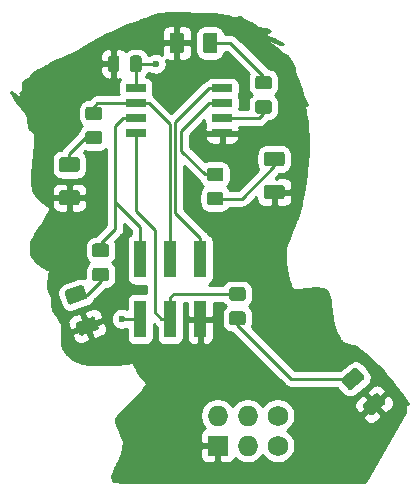
<source format=gbr>
G04 #@! TF.GenerationSoftware,KiCad,Pcbnew,(5.1.5)-3*
G04 #@! TF.CreationDate,2020-08-07T09:29:16-05:00*
G04 #@! TF.ProjectId,matt_damon,6d617474-5f64-4616-9d6f-6e2e6b696361,rev?*
G04 #@! TF.SameCoordinates,Original*
G04 #@! TF.FileFunction,Copper,L2,Bot*
G04 #@! TF.FilePolarity,Positive*
%FSLAX46Y46*%
G04 Gerber Fmt 4.6, Leading zero omitted, Abs format (unit mm)*
G04 Created by KiCad (PCBNEW (5.1.5)-3) date 2020-08-07 09:29:16*
%MOMM*%
%LPD*%
G04 APERTURE LIST*
%ADD10C,1.727200*%
%ADD11O,1.727200X1.727200*%
%ADD12R,1.727200X1.727200*%
%ADD13R,1.000000X3.150000*%
%ADD14C,0.100000*%
%ADD15R,1.700000X0.650000*%
%ADD16C,0.600000*%
%ADD17C,0.250000*%
%ADD18C,0.254000*%
G04 APERTURE END LIST*
D10*
X2146300Y-3289300D03*
X2146300Y-5829300D03*
D11*
X-393700Y-3289300D03*
X-393700Y-5829300D03*
X-2933700Y-3289300D03*
D12*
X-2933700Y-5829300D03*
D13*
X-9499840Y9941800D03*
X-9499840Y4891800D03*
X-6959840Y9941800D03*
X-6959840Y4891800D03*
X-4419840Y9941800D03*
X-4419840Y4891800D03*
G04 #@! TA.AperFunction,SMDPad,CuDef*
D14*
G36*
X-9592159Y27203724D02*
G01*
X-9568498Y27200214D01*
X-9545294Y27194402D01*
X-9522772Y27186344D01*
X-9501148Y27176116D01*
X-9480631Y27163819D01*
X-9461418Y27149569D01*
X-9443694Y27133505D01*
X-9427630Y27115781D01*
X-9413380Y27096568D01*
X-9401083Y27076051D01*
X-9390855Y27054427D01*
X-9382797Y27031905D01*
X-9376985Y27008701D01*
X-9373475Y26985040D01*
X-9372301Y26961148D01*
X-9372301Y26048648D01*
X-9373475Y26024756D01*
X-9376985Y26001095D01*
X-9382797Y25977891D01*
X-9390855Y25955369D01*
X-9401083Y25933745D01*
X-9413380Y25913228D01*
X-9427630Y25894015D01*
X-9443694Y25876291D01*
X-9461418Y25860227D01*
X-9480631Y25845977D01*
X-9501148Y25833680D01*
X-9522772Y25823452D01*
X-9545294Y25815394D01*
X-9568498Y25809582D01*
X-9592159Y25806072D01*
X-9616051Y25804898D01*
X-10103551Y25804898D01*
X-10127443Y25806072D01*
X-10151104Y25809582D01*
X-10174308Y25815394D01*
X-10196830Y25823452D01*
X-10218454Y25833680D01*
X-10238971Y25845977D01*
X-10258184Y25860227D01*
X-10275908Y25876291D01*
X-10291972Y25894015D01*
X-10306222Y25913228D01*
X-10318519Y25933745D01*
X-10328747Y25955369D01*
X-10336805Y25977891D01*
X-10342617Y26001095D01*
X-10346127Y26024756D01*
X-10347301Y26048648D01*
X-10347301Y26961148D01*
X-10346127Y26985040D01*
X-10342617Y27008701D01*
X-10336805Y27031905D01*
X-10328747Y27054427D01*
X-10318519Y27076051D01*
X-10306222Y27096568D01*
X-10291972Y27115781D01*
X-10275908Y27133505D01*
X-10258184Y27149569D01*
X-10238971Y27163819D01*
X-10218454Y27176116D01*
X-10196830Y27186344D01*
X-10174308Y27194402D01*
X-10151104Y27200214D01*
X-10127443Y27203724D01*
X-10103551Y27204898D01*
X-9616051Y27204898D01*
X-9592159Y27203724D01*
G37*
G04 #@! TD.AperFunction*
G04 #@! TA.AperFunction,SMDPad,CuDef*
G36*
X-11467159Y27203724D02*
G01*
X-11443498Y27200214D01*
X-11420294Y27194402D01*
X-11397772Y27186344D01*
X-11376148Y27176116D01*
X-11355631Y27163819D01*
X-11336418Y27149569D01*
X-11318694Y27133505D01*
X-11302630Y27115781D01*
X-11288380Y27096568D01*
X-11276083Y27076051D01*
X-11265855Y27054427D01*
X-11257797Y27031905D01*
X-11251985Y27008701D01*
X-11248475Y26985040D01*
X-11247301Y26961148D01*
X-11247301Y26048648D01*
X-11248475Y26024756D01*
X-11251985Y26001095D01*
X-11257797Y25977891D01*
X-11265855Y25955369D01*
X-11276083Y25933745D01*
X-11288380Y25913228D01*
X-11302630Y25894015D01*
X-11318694Y25876291D01*
X-11336418Y25860227D01*
X-11355631Y25845977D01*
X-11376148Y25833680D01*
X-11397772Y25823452D01*
X-11420294Y25815394D01*
X-11443498Y25809582D01*
X-11467159Y25806072D01*
X-11491051Y25804898D01*
X-11978551Y25804898D01*
X-12002443Y25806072D01*
X-12026104Y25809582D01*
X-12049308Y25815394D01*
X-12071830Y25823452D01*
X-12093454Y25833680D01*
X-12113971Y25845977D01*
X-12133184Y25860227D01*
X-12150908Y25876291D01*
X-12166972Y25894015D01*
X-12181222Y25913228D01*
X-12193519Y25933745D01*
X-12203747Y25955369D01*
X-12211805Y25977891D01*
X-12217617Y26001095D01*
X-12221127Y26024756D01*
X-12222301Y26048648D01*
X-12222301Y26961148D01*
X-12221127Y26985040D01*
X-12217617Y27008701D01*
X-12211805Y27031905D01*
X-12203747Y27054427D01*
X-12193519Y27076051D01*
X-12181222Y27096568D01*
X-12166972Y27115781D01*
X-12150908Y27133505D01*
X-12133184Y27149569D01*
X-12113971Y27163819D01*
X-12093454Y27176116D01*
X-12071830Y27186344D01*
X-12049308Y27194402D01*
X-12026104Y27200214D01*
X-12002443Y27203724D01*
X-11978551Y27204898D01*
X-11491051Y27204898D01*
X-11467159Y27203724D01*
G37*
G04 #@! TD.AperFunction*
G04 #@! TA.AperFunction,SMDPad,CuDef*
G36*
X-14839416Y18589216D02*
G01*
X-14815147Y18585616D01*
X-14791349Y18579655D01*
X-14768249Y18571390D01*
X-14746071Y18560900D01*
X-14725027Y18548287D01*
X-14705322Y18533673D01*
X-14687143Y18517197D01*
X-14670667Y18499018D01*
X-14656053Y18479313D01*
X-14643440Y18458269D01*
X-14632950Y18436091D01*
X-14624685Y18412991D01*
X-14618724Y18389193D01*
X-14615124Y18364924D01*
X-14613920Y18340420D01*
X-14613920Y17590420D01*
X-14615124Y17565916D01*
X-14618724Y17541647D01*
X-14624685Y17517849D01*
X-14632950Y17494749D01*
X-14643440Y17472571D01*
X-14656053Y17451527D01*
X-14670667Y17431822D01*
X-14687143Y17413643D01*
X-14705322Y17397167D01*
X-14725027Y17382553D01*
X-14746071Y17369940D01*
X-14768249Y17359450D01*
X-14791349Y17351185D01*
X-14815147Y17345224D01*
X-14839416Y17341624D01*
X-14863920Y17340420D01*
X-16113920Y17340420D01*
X-16138424Y17341624D01*
X-16162693Y17345224D01*
X-16186491Y17351185D01*
X-16209591Y17359450D01*
X-16231769Y17369940D01*
X-16252813Y17382553D01*
X-16272518Y17397167D01*
X-16290697Y17413643D01*
X-16307173Y17431822D01*
X-16321787Y17451527D01*
X-16334400Y17472571D01*
X-16344890Y17494749D01*
X-16353155Y17517849D01*
X-16359116Y17541647D01*
X-16362716Y17565916D01*
X-16363920Y17590420D01*
X-16363920Y18340420D01*
X-16362716Y18364924D01*
X-16359116Y18389193D01*
X-16353155Y18412991D01*
X-16344890Y18436091D01*
X-16334400Y18458269D01*
X-16321787Y18479313D01*
X-16307173Y18499018D01*
X-16290697Y18517197D01*
X-16272518Y18533673D01*
X-16252813Y18548287D01*
X-16231769Y18560900D01*
X-16209591Y18571390D01*
X-16186491Y18579655D01*
X-16162693Y18585616D01*
X-16138424Y18589216D01*
X-16113920Y18590420D01*
X-14863920Y18590420D01*
X-14839416Y18589216D01*
G37*
G04 #@! TD.AperFunction*
G04 #@! TA.AperFunction,SMDPad,CuDef*
G36*
X-14839416Y15789216D02*
G01*
X-14815147Y15785616D01*
X-14791349Y15779655D01*
X-14768249Y15771390D01*
X-14746071Y15760900D01*
X-14725027Y15748287D01*
X-14705322Y15733673D01*
X-14687143Y15717197D01*
X-14670667Y15699018D01*
X-14656053Y15679313D01*
X-14643440Y15658269D01*
X-14632950Y15636091D01*
X-14624685Y15612991D01*
X-14618724Y15589193D01*
X-14615124Y15564924D01*
X-14613920Y15540420D01*
X-14613920Y14790420D01*
X-14615124Y14765916D01*
X-14618724Y14741647D01*
X-14624685Y14717849D01*
X-14632950Y14694749D01*
X-14643440Y14672571D01*
X-14656053Y14651527D01*
X-14670667Y14631822D01*
X-14687143Y14613643D01*
X-14705322Y14597167D01*
X-14725027Y14582553D01*
X-14746071Y14569940D01*
X-14768249Y14559450D01*
X-14791349Y14551185D01*
X-14815147Y14545224D01*
X-14839416Y14541624D01*
X-14863920Y14540420D01*
X-16113920Y14540420D01*
X-16138424Y14541624D01*
X-16162693Y14545224D01*
X-16186491Y14551185D01*
X-16209591Y14559450D01*
X-16231769Y14569940D01*
X-16252813Y14582553D01*
X-16272518Y14597167D01*
X-16290697Y14613643D01*
X-16307173Y14631822D01*
X-16321787Y14651527D01*
X-16334400Y14672571D01*
X-16344890Y14694749D01*
X-16353155Y14717849D01*
X-16359116Y14741647D01*
X-16362716Y14765916D01*
X-16363920Y14790420D01*
X-16363920Y15540420D01*
X-16362716Y15564924D01*
X-16359116Y15589193D01*
X-16353155Y15612991D01*
X-16344890Y15636091D01*
X-16334400Y15658269D01*
X-16321787Y15679313D01*
X-16307173Y15699018D01*
X-16290697Y15717197D01*
X-16272518Y15733673D01*
X-16252813Y15748287D01*
X-16231769Y15760900D01*
X-16209591Y15771390D01*
X-16186491Y15779655D01*
X-16162693Y15785616D01*
X-16138424Y15789216D01*
X-16113920Y15790420D01*
X-14863920Y15790420D01*
X-14839416Y15789216D01*
G37*
G04 #@! TD.AperFunction*
G04 #@! TA.AperFunction,SMDPad,CuDef*
G36*
X-13483161Y5116698D02*
G01*
X-13459073Y5112043D01*
X-13435557Y5105049D01*
X-13412839Y5095784D01*
X-13391140Y5084337D01*
X-13370667Y5070818D01*
X-13351617Y5055358D01*
X-13334175Y5038105D01*
X-13318507Y5019225D01*
X-13304766Y4998900D01*
X-13293083Y4977327D01*
X-13283571Y4954712D01*
X-13027056Y4249943D01*
X-13019806Y4226505D01*
X-13014889Y4202469D01*
X-13012351Y4178067D01*
X-13012217Y4153533D01*
X-13014488Y4129105D01*
X-13019143Y4105017D01*
X-13026137Y4081501D01*
X-13035402Y4058783D01*
X-13046849Y4037084D01*
X-13060368Y4016611D01*
X-13075828Y3997561D01*
X-13093081Y3980119D01*
X-13111961Y3964451D01*
X-13132286Y3950710D01*
X-13153859Y3939027D01*
X-13176474Y3929515D01*
X-14351089Y3501990D01*
X-14374527Y3494740D01*
X-14398563Y3489823D01*
X-14422965Y3487285D01*
X-14447499Y3487151D01*
X-14471927Y3489422D01*
X-14496015Y3494077D01*
X-14519531Y3501071D01*
X-14542249Y3510336D01*
X-14563948Y3521783D01*
X-14584421Y3535302D01*
X-14603471Y3550762D01*
X-14620913Y3568015D01*
X-14636581Y3586895D01*
X-14650322Y3607220D01*
X-14662005Y3628793D01*
X-14671517Y3651408D01*
X-14928032Y4356177D01*
X-14935282Y4379615D01*
X-14940199Y4403651D01*
X-14942737Y4428053D01*
X-14942871Y4452587D01*
X-14940600Y4477015D01*
X-14935945Y4501103D01*
X-14928951Y4524619D01*
X-14919686Y4547337D01*
X-14908239Y4569036D01*
X-14894720Y4589509D01*
X-14879260Y4608559D01*
X-14862007Y4626001D01*
X-14843127Y4641669D01*
X-14822802Y4655410D01*
X-14801229Y4667093D01*
X-14778614Y4676605D01*
X-13603999Y5104130D01*
X-13580561Y5111380D01*
X-13556525Y5116297D01*
X-13532123Y5118835D01*
X-13507589Y5118969D01*
X-13483161Y5116698D01*
G37*
G04 #@! TD.AperFunction*
G04 #@! TA.AperFunction,SMDPad,CuDef*
G36*
X-14440817Y7747838D02*
G01*
X-14416729Y7743183D01*
X-14393213Y7736189D01*
X-14370495Y7726924D01*
X-14348796Y7715477D01*
X-14328323Y7701958D01*
X-14309273Y7686498D01*
X-14291831Y7669245D01*
X-14276163Y7650365D01*
X-14262422Y7630040D01*
X-14250739Y7608467D01*
X-14241227Y7585852D01*
X-13984712Y6881083D01*
X-13977462Y6857645D01*
X-13972545Y6833609D01*
X-13970007Y6809207D01*
X-13969873Y6784673D01*
X-13972144Y6760245D01*
X-13976799Y6736157D01*
X-13983793Y6712641D01*
X-13993058Y6689923D01*
X-14004505Y6668224D01*
X-14018024Y6647751D01*
X-14033484Y6628701D01*
X-14050737Y6611259D01*
X-14069617Y6595591D01*
X-14089942Y6581850D01*
X-14111515Y6570167D01*
X-14134130Y6560655D01*
X-15308745Y6133130D01*
X-15332183Y6125880D01*
X-15356219Y6120963D01*
X-15380621Y6118425D01*
X-15405155Y6118291D01*
X-15429583Y6120562D01*
X-15453671Y6125217D01*
X-15477187Y6132211D01*
X-15499905Y6141476D01*
X-15521604Y6152923D01*
X-15542077Y6166442D01*
X-15561127Y6181902D01*
X-15578569Y6199155D01*
X-15594237Y6218035D01*
X-15607978Y6238360D01*
X-15619661Y6259933D01*
X-15629173Y6282548D01*
X-15885688Y6987317D01*
X-15892938Y7010755D01*
X-15897855Y7034791D01*
X-15900393Y7059193D01*
X-15900527Y7083727D01*
X-15898256Y7108155D01*
X-15893601Y7132243D01*
X-15886607Y7155759D01*
X-15877342Y7178477D01*
X-15865895Y7200176D01*
X-15852376Y7220649D01*
X-15836916Y7239699D01*
X-15819663Y7257141D01*
X-15800783Y7272809D01*
X-15780458Y7286550D01*
X-15758885Y7298233D01*
X-15736270Y7307745D01*
X-14561655Y7735270D01*
X-14538217Y7742520D01*
X-14514181Y7747437D01*
X-14489779Y7749975D01*
X-14465245Y7750109D01*
X-14440817Y7747838D01*
G37*
G04 #@! TD.AperFunction*
G04 #@! TA.AperFunction,SMDPad,CuDef*
G36*
X10568327Y-1384667D02*
G01*
X10592633Y-1388002D01*
X10616495Y-1393703D01*
X10639684Y-1401716D01*
X10661975Y-1411963D01*
X10683155Y-1424346D01*
X10703019Y-1438745D01*
X10721376Y-1455021D01*
X10738049Y-1473019D01*
X11220140Y-2047552D01*
X11234969Y-2067097D01*
X11247811Y-2088002D01*
X11258541Y-2110064D01*
X11267058Y-2133072D01*
X11273279Y-2156805D01*
X11277143Y-2181032D01*
X11278614Y-2205522D01*
X11277678Y-2230038D01*
X11274343Y-2254344D01*
X11268642Y-2278206D01*
X11260629Y-2301395D01*
X11250382Y-2323686D01*
X11237999Y-2344866D01*
X11223600Y-2364730D01*
X11207324Y-2383087D01*
X11189326Y-2399760D01*
X10231771Y-3203245D01*
X10212226Y-3218074D01*
X10191321Y-3230916D01*
X10169259Y-3241646D01*
X10146251Y-3250163D01*
X10122518Y-3256384D01*
X10098291Y-3260248D01*
X10073801Y-3261719D01*
X10049285Y-3260783D01*
X10024979Y-3257448D01*
X10001117Y-3251747D01*
X9977928Y-3243734D01*
X9955637Y-3233487D01*
X9934457Y-3221104D01*
X9914593Y-3206705D01*
X9896236Y-3190429D01*
X9879563Y-3172431D01*
X9397472Y-2597898D01*
X9382643Y-2578353D01*
X9369801Y-2557448D01*
X9359071Y-2535386D01*
X9350554Y-2512378D01*
X9344333Y-2488645D01*
X9340469Y-2464418D01*
X9338998Y-2439928D01*
X9339934Y-2415412D01*
X9343269Y-2391106D01*
X9348970Y-2367244D01*
X9356983Y-2344055D01*
X9367230Y-2321764D01*
X9379613Y-2300584D01*
X9394012Y-2280720D01*
X9410288Y-2262363D01*
X9428286Y-2245690D01*
X10385841Y-1442205D01*
X10405386Y-1427376D01*
X10426291Y-1414534D01*
X10448353Y-1403804D01*
X10471361Y-1395287D01*
X10495094Y-1389066D01*
X10519321Y-1385202D01*
X10543811Y-1383731D01*
X10568327Y-1384667D01*
G37*
G04 #@! TD.AperFunction*
G04 #@! TA.AperFunction,SMDPad,CuDef*
G36*
X8768521Y760257D02*
G01*
X8792827Y756922D01*
X8816689Y751221D01*
X8839878Y743208D01*
X8862169Y732961D01*
X8883349Y720578D01*
X8903213Y706179D01*
X8921570Y689903D01*
X8938243Y671905D01*
X9420334Y97372D01*
X9435163Y77827D01*
X9448005Y56922D01*
X9458735Y34860D01*
X9467252Y11852D01*
X9473473Y-11881D01*
X9477337Y-36108D01*
X9478808Y-60598D01*
X9477872Y-85114D01*
X9474537Y-109420D01*
X9468836Y-133282D01*
X9460823Y-156471D01*
X9450576Y-178762D01*
X9438193Y-199942D01*
X9423794Y-219806D01*
X9407518Y-238163D01*
X9389520Y-254836D01*
X8431965Y-1058321D01*
X8412420Y-1073150D01*
X8391515Y-1085992D01*
X8369453Y-1096722D01*
X8346445Y-1105239D01*
X8322712Y-1111460D01*
X8298485Y-1115324D01*
X8273995Y-1116795D01*
X8249479Y-1115859D01*
X8225173Y-1112524D01*
X8201311Y-1106823D01*
X8178122Y-1098810D01*
X8155831Y-1088563D01*
X8134651Y-1076180D01*
X8114787Y-1061781D01*
X8096430Y-1045505D01*
X8079757Y-1027507D01*
X7597666Y-452974D01*
X7582837Y-433429D01*
X7569995Y-412524D01*
X7559265Y-390462D01*
X7550748Y-367454D01*
X7544527Y-343721D01*
X7540663Y-319494D01*
X7539192Y-295004D01*
X7540128Y-270488D01*
X7543463Y-246182D01*
X7549164Y-222320D01*
X7557177Y-199131D01*
X7567424Y-176840D01*
X7579807Y-155660D01*
X7594206Y-135796D01*
X7610482Y-117439D01*
X7628480Y-100766D01*
X8586035Y702719D01*
X8605580Y717548D01*
X8626485Y730390D01*
X8648547Y741120D01*
X8671555Y749637D01*
X8695288Y755858D01*
X8719515Y759722D01*
X8744005Y761193D01*
X8768521Y760257D01*
G37*
G04 #@! TD.AperFunction*
G04 #@! TA.AperFunction,SMDPad,CuDef*
G36*
X2503704Y19064196D02*
G01*
X2527973Y19060596D01*
X2551771Y19054635D01*
X2574871Y19046370D01*
X2597049Y19035880D01*
X2618093Y19023267D01*
X2637798Y19008653D01*
X2655977Y18992177D01*
X2672453Y18973998D01*
X2687067Y18954293D01*
X2699680Y18933249D01*
X2710170Y18911071D01*
X2718435Y18887971D01*
X2724396Y18864173D01*
X2727996Y18839904D01*
X2729200Y18815400D01*
X2729200Y18065400D01*
X2727996Y18040896D01*
X2724396Y18016627D01*
X2718435Y17992829D01*
X2710170Y17969729D01*
X2699680Y17947551D01*
X2687067Y17926507D01*
X2672453Y17906802D01*
X2655977Y17888623D01*
X2637798Y17872147D01*
X2618093Y17857533D01*
X2597049Y17844920D01*
X2574871Y17834430D01*
X2551771Y17826165D01*
X2527973Y17820204D01*
X2503704Y17816604D01*
X2479200Y17815400D01*
X1229200Y17815400D01*
X1204696Y17816604D01*
X1180427Y17820204D01*
X1156629Y17826165D01*
X1133529Y17834430D01*
X1111351Y17844920D01*
X1090307Y17857533D01*
X1070602Y17872147D01*
X1052423Y17888623D01*
X1035947Y17906802D01*
X1021333Y17926507D01*
X1008720Y17947551D01*
X998230Y17969729D01*
X989965Y17992829D01*
X984004Y18016627D01*
X980404Y18040896D01*
X979200Y18065400D01*
X979200Y18815400D01*
X980404Y18839904D01*
X984004Y18864173D01*
X989965Y18887971D01*
X998230Y18911071D01*
X1008720Y18933249D01*
X1021333Y18954293D01*
X1035947Y18973998D01*
X1052423Y18992177D01*
X1070602Y19008653D01*
X1090307Y19023267D01*
X1111351Y19035880D01*
X1133529Y19046370D01*
X1156629Y19054635D01*
X1180427Y19060596D01*
X1204696Y19064196D01*
X1229200Y19065400D01*
X2479200Y19065400D01*
X2503704Y19064196D01*
G37*
G04 #@! TD.AperFunction*
G04 #@! TA.AperFunction,SMDPad,CuDef*
G36*
X2503704Y16264196D02*
G01*
X2527973Y16260596D01*
X2551771Y16254635D01*
X2574871Y16246370D01*
X2597049Y16235880D01*
X2618093Y16223267D01*
X2637798Y16208653D01*
X2655977Y16192177D01*
X2672453Y16173998D01*
X2687067Y16154293D01*
X2699680Y16133249D01*
X2710170Y16111071D01*
X2718435Y16087971D01*
X2724396Y16064173D01*
X2727996Y16039904D01*
X2729200Y16015400D01*
X2729200Y15265400D01*
X2727996Y15240896D01*
X2724396Y15216627D01*
X2718435Y15192829D01*
X2710170Y15169729D01*
X2699680Y15147551D01*
X2687067Y15126507D01*
X2672453Y15106802D01*
X2655977Y15088623D01*
X2637798Y15072147D01*
X2618093Y15057533D01*
X2597049Y15044920D01*
X2574871Y15034430D01*
X2551771Y15026165D01*
X2527973Y15020204D01*
X2503704Y15016604D01*
X2479200Y15015400D01*
X1229200Y15015400D01*
X1204696Y15016604D01*
X1180427Y15020204D01*
X1156629Y15026165D01*
X1133529Y15034430D01*
X1111351Y15044920D01*
X1090307Y15057533D01*
X1070602Y15072147D01*
X1052423Y15088623D01*
X1035947Y15106802D01*
X1021333Y15126507D01*
X1008720Y15147551D01*
X998230Y15169729D01*
X989965Y15192829D01*
X984004Y15216627D01*
X980404Y15240896D01*
X979200Y15265400D01*
X979200Y16015400D01*
X980404Y16039904D01*
X984004Y16064173D01*
X989965Y16087971D01*
X998230Y16111071D01*
X1008720Y16133249D01*
X1021333Y16154293D01*
X1035947Y16173998D01*
X1052423Y16192177D01*
X1070602Y16208653D01*
X1090307Y16223267D01*
X1111351Y16235880D01*
X1133529Y16246370D01*
X1156629Y16254635D01*
X1180427Y16260596D01*
X1204696Y16264196D01*
X1229200Y16265400D01*
X2479200Y16265400D01*
X2503704Y16264196D01*
G37*
G04 #@! TD.AperFunction*
G04 #@! TA.AperFunction,SMDPad,CuDef*
G36*
X-5981896Y29143996D02*
G01*
X-5957627Y29140396D01*
X-5933829Y29134435D01*
X-5910729Y29126170D01*
X-5888551Y29115680D01*
X-5867507Y29103067D01*
X-5847802Y29088453D01*
X-5829623Y29071977D01*
X-5813147Y29053798D01*
X-5798533Y29034093D01*
X-5785920Y29013049D01*
X-5775430Y28990871D01*
X-5767165Y28967771D01*
X-5761204Y28943973D01*
X-5757604Y28919704D01*
X-5756400Y28895200D01*
X-5756400Y27645200D01*
X-5757604Y27620696D01*
X-5761204Y27596427D01*
X-5767165Y27572629D01*
X-5775430Y27549529D01*
X-5785920Y27527351D01*
X-5798533Y27506307D01*
X-5813147Y27486602D01*
X-5829623Y27468423D01*
X-5847802Y27451947D01*
X-5867507Y27437333D01*
X-5888551Y27424720D01*
X-5910729Y27414230D01*
X-5933829Y27405965D01*
X-5957627Y27400004D01*
X-5981896Y27396404D01*
X-6006400Y27395200D01*
X-6756400Y27395200D01*
X-6780904Y27396404D01*
X-6805173Y27400004D01*
X-6828971Y27405965D01*
X-6852071Y27414230D01*
X-6874249Y27424720D01*
X-6895293Y27437333D01*
X-6914998Y27451947D01*
X-6933177Y27468423D01*
X-6949653Y27486602D01*
X-6964267Y27506307D01*
X-6976880Y27527351D01*
X-6987370Y27549529D01*
X-6995635Y27572629D01*
X-7001596Y27596427D01*
X-7005196Y27620696D01*
X-7006400Y27645200D01*
X-7006400Y28895200D01*
X-7005196Y28919704D01*
X-7001596Y28943973D01*
X-6995635Y28967771D01*
X-6987370Y28990871D01*
X-6976880Y29013049D01*
X-6964267Y29034093D01*
X-6949653Y29053798D01*
X-6933177Y29071977D01*
X-6914998Y29088453D01*
X-6895293Y29103067D01*
X-6874249Y29115680D01*
X-6852071Y29126170D01*
X-6828971Y29134435D01*
X-6805173Y29140396D01*
X-6780904Y29143996D01*
X-6756400Y29145200D01*
X-6006400Y29145200D01*
X-5981896Y29143996D01*
G37*
G04 #@! TD.AperFunction*
G04 #@! TA.AperFunction,SMDPad,CuDef*
G36*
X-3181896Y29143996D02*
G01*
X-3157627Y29140396D01*
X-3133829Y29134435D01*
X-3110729Y29126170D01*
X-3088551Y29115680D01*
X-3067507Y29103067D01*
X-3047802Y29088453D01*
X-3029623Y29071977D01*
X-3013147Y29053798D01*
X-2998533Y29034093D01*
X-2985920Y29013049D01*
X-2975430Y28990871D01*
X-2967165Y28967771D01*
X-2961204Y28943973D01*
X-2957604Y28919704D01*
X-2956400Y28895200D01*
X-2956400Y27645200D01*
X-2957604Y27620696D01*
X-2961204Y27596427D01*
X-2967165Y27572629D01*
X-2975430Y27549529D01*
X-2985920Y27527351D01*
X-2998533Y27506307D01*
X-3013147Y27486602D01*
X-3029623Y27468423D01*
X-3047802Y27451947D01*
X-3067507Y27437333D01*
X-3088551Y27424720D01*
X-3110729Y27414230D01*
X-3133829Y27405965D01*
X-3157627Y27400004D01*
X-3181896Y27396404D01*
X-3206400Y27395200D01*
X-3956400Y27395200D01*
X-3980904Y27396404D01*
X-4005173Y27400004D01*
X-4028971Y27405965D01*
X-4052071Y27414230D01*
X-4074249Y27424720D01*
X-4095293Y27437333D01*
X-4114998Y27451947D01*
X-4133177Y27468423D01*
X-4149653Y27486602D01*
X-4164267Y27506307D01*
X-4176880Y27527351D01*
X-4187370Y27549529D01*
X-4195635Y27572629D01*
X-4201596Y27596427D01*
X-4205196Y27620696D01*
X-4206400Y27645200D01*
X-4206400Y28895200D01*
X-4205196Y28919704D01*
X-4201596Y28943973D01*
X-4195635Y28967771D01*
X-4187370Y28990871D01*
X-4176880Y29013049D01*
X-4164267Y29034093D01*
X-4149653Y29053798D01*
X-4133177Y29071977D01*
X-4114998Y29088453D01*
X-4095293Y29103067D01*
X-4074249Y29115680D01*
X-4052071Y29126170D01*
X-4028971Y29134435D01*
X-4005173Y29140396D01*
X-3980904Y29143996D01*
X-3956400Y29145200D01*
X-3206400Y29145200D01*
X-3181896Y29143996D01*
G37*
G04 #@! TD.AperFunction*
G04 #@! TA.AperFunction,SMDPad,CuDef*
G36*
X-12959555Y22867592D02*
G01*
X-12935287Y22863992D01*
X-12911488Y22858031D01*
X-12888389Y22849766D01*
X-12866210Y22839276D01*
X-12845167Y22826664D01*
X-12825461Y22812049D01*
X-12807283Y22795573D01*
X-12790807Y22777395D01*
X-12776192Y22757689D01*
X-12763580Y22736646D01*
X-12753090Y22714467D01*
X-12744825Y22691368D01*
X-12738864Y22667569D01*
X-12735264Y22643301D01*
X-12734060Y22618797D01*
X-12734060Y21968795D01*
X-12735264Y21944291D01*
X-12738864Y21920023D01*
X-12744825Y21896224D01*
X-12753090Y21873125D01*
X-12763580Y21850946D01*
X-12776192Y21829903D01*
X-12790807Y21810197D01*
X-12807283Y21792019D01*
X-12825461Y21775543D01*
X-12845167Y21760928D01*
X-12866210Y21748316D01*
X-12888389Y21737826D01*
X-12911488Y21729561D01*
X-12935287Y21723600D01*
X-12959555Y21720000D01*
X-12984059Y21718796D01*
X-13884061Y21718796D01*
X-13908565Y21720000D01*
X-13932833Y21723600D01*
X-13956632Y21729561D01*
X-13979731Y21737826D01*
X-14001910Y21748316D01*
X-14022953Y21760928D01*
X-14042659Y21775543D01*
X-14060837Y21792019D01*
X-14077313Y21810197D01*
X-14091928Y21829903D01*
X-14104540Y21850946D01*
X-14115030Y21873125D01*
X-14123295Y21896224D01*
X-14129256Y21920023D01*
X-14132856Y21944291D01*
X-14134060Y21968795D01*
X-14134060Y22618797D01*
X-14132856Y22643301D01*
X-14129256Y22667569D01*
X-14123295Y22691368D01*
X-14115030Y22714467D01*
X-14104540Y22736646D01*
X-14091928Y22757689D01*
X-14077313Y22777395D01*
X-14060837Y22795573D01*
X-14042659Y22812049D01*
X-14022953Y22826664D01*
X-14001910Y22839276D01*
X-13979731Y22849766D01*
X-13956632Y22858031D01*
X-13932833Y22863992D01*
X-13908565Y22867592D01*
X-13884061Y22868796D01*
X-12984059Y22868796D01*
X-12959555Y22867592D01*
G37*
G04 #@! TD.AperFunction*
G04 #@! TA.AperFunction,SMDPad,CuDef*
G36*
X-12959555Y20817592D02*
G01*
X-12935287Y20813992D01*
X-12911488Y20808031D01*
X-12888389Y20799766D01*
X-12866210Y20789276D01*
X-12845167Y20776664D01*
X-12825461Y20762049D01*
X-12807283Y20745573D01*
X-12790807Y20727395D01*
X-12776192Y20707689D01*
X-12763580Y20686646D01*
X-12753090Y20664467D01*
X-12744825Y20641368D01*
X-12738864Y20617569D01*
X-12735264Y20593301D01*
X-12734060Y20568797D01*
X-12734060Y19918795D01*
X-12735264Y19894291D01*
X-12738864Y19870023D01*
X-12744825Y19846224D01*
X-12753090Y19823125D01*
X-12763580Y19800946D01*
X-12776192Y19779903D01*
X-12790807Y19760197D01*
X-12807283Y19742019D01*
X-12825461Y19725543D01*
X-12845167Y19710928D01*
X-12866210Y19698316D01*
X-12888389Y19687826D01*
X-12911488Y19679561D01*
X-12935287Y19673600D01*
X-12959555Y19670000D01*
X-12984059Y19668796D01*
X-13884061Y19668796D01*
X-13908565Y19670000D01*
X-13932833Y19673600D01*
X-13956632Y19679561D01*
X-13979731Y19687826D01*
X-14001910Y19698316D01*
X-14022953Y19710928D01*
X-14042659Y19725543D01*
X-14060837Y19742019D01*
X-14077313Y19760197D01*
X-14091928Y19779903D01*
X-14104540Y19800946D01*
X-14115030Y19823125D01*
X-14123295Y19846224D01*
X-14129256Y19870023D01*
X-14132856Y19894291D01*
X-14134060Y19918795D01*
X-14134060Y20568797D01*
X-14132856Y20593301D01*
X-14129256Y20617569D01*
X-14123295Y20641368D01*
X-14115030Y20664467D01*
X-14104540Y20686646D01*
X-14091928Y20707689D01*
X-14077313Y20727395D01*
X-14060837Y20745573D01*
X-14042659Y20762049D01*
X-14022953Y20776664D01*
X-14001910Y20789276D01*
X-13979731Y20799766D01*
X-13956632Y20808031D01*
X-13932833Y20813992D01*
X-13908565Y20817592D01*
X-13884061Y20818796D01*
X-12984059Y20818796D01*
X-12959555Y20817592D01*
G37*
G04 #@! TD.AperFunction*
G04 #@! TA.AperFunction,SMDPad,CuDef*
G36*
X-12377895Y11285196D02*
G01*
X-12353627Y11281596D01*
X-12329828Y11275635D01*
X-12306729Y11267370D01*
X-12284550Y11256880D01*
X-12263507Y11244268D01*
X-12243801Y11229653D01*
X-12225623Y11213177D01*
X-12209147Y11194999D01*
X-12194532Y11175293D01*
X-12181920Y11154250D01*
X-12171430Y11132071D01*
X-12163165Y11108972D01*
X-12157204Y11085173D01*
X-12153604Y11060905D01*
X-12152400Y11036401D01*
X-12152400Y10386399D01*
X-12153604Y10361895D01*
X-12157204Y10337627D01*
X-12163165Y10313828D01*
X-12171430Y10290729D01*
X-12181920Y10268550D01*
X-12194532Y10247507D01*
X-12209147Y10227801D01*
X-12225623Y10209623D01*
X-12243801Y10193147D01*
X-12263507Y10178532D01*
X-12284550Y10165920D01*
X-12306729Y10155430D01*
X-12329828Y10147165D01*
X-12353627Y10141204D01*
X-12377895Y10137604D01*
X-12402399Y10136400D01*
X-13302401Y10136400D01*
X-13326905Y10137604D01*
X-13351173Y10141204D01*
X-13374972Y10147165D01*
X-13398071Y10155430D01*
X-13420250Y10165920D01*
X-13441293Y10178532D01*
X-13460999Y10193147D01*
X-13479177Y10209623D01*
X-13495653Y10227801D01*
X-13510268Y10247507D01*
X-13522880Y10268550D01*
X-13533370Y10290729D01*
X-13541635Y10313828D01*
X-13547596Y10337627D01*
X-13551196Y10361895D01*
X-13552400Y10386399D01*
X-13552400Y11036401D01*
X-13551196Y11060905D01*
X-13547596Y11085173D01*
X-13541635Y11108972D01*
X-13533370Y11132071D01*
X-13522880Y11154250D01*
X-13510268Y11175293D01*
X-13495653Y11194999D01*
X-13479177Y11213177D01*
X-13460999Y11229653D01*
X-13441293Y11244268D01*
X-13420250Y11256880D01*
X-13398071Y11267370D01*
X-13374972Y11275635D01*
X-13351173Y11281596D01*
X-13326905Y11285196D01*
X-13302401Y11286400D01*
X-12402399Y11286400D01*
X-12377895Y11285196D01*
G37*
G04 #@! TD.AperFunction*
G04 #@! TA.AperFunction,SMDPad,CuDef*
G36*
X-12377895Y9235196D02*
G01*
X-12353627Y9231596D01*
X-12329828Y9225635D01*
X-12306729Y9217370D01*
X-12284550Y9206880D01*
X-12263507Y9194268D01*
X-12243801Y9179653D01*
X-12225623Y9163177D01*
X-12209147Y9144999D01*
X-12194532Y9125293D01*
X-12181920Y9104250D01*
X-12171430Y9082071D01*
X-12163165Y9058972D01*
X-12157204Y9035173D01*
X-12153604Y9010905D01*
X-12152400Y8986401D01*
X-12152400Y8336399D01*
X-12153604Y8311895D01*
X-12157204Y8287627D01*
X-12163165Y8263828D01*
X-12171430Y8240729D01*
X-12181920Y8218550D01*
X-12194532Y8197507D01*
X-12209147Y8177801D01*
X-12225623Y8159623D01*
X-12243801Y8143147D01*
X-12263507Y8128532D01*
X-12284550Y8115920D01*
X-12306729Y8105430D01*
X-12329828Y8097165D01*
X-12353627Y8091204D01*
X-12377895Y8087604D01*
X-12402399Y8086400D01*
X-13302401Y8086400D01*
X-13326905Y8087604D01*
X-13351173Y8091204D01*
X-13374972Y8097165D01*
X-13398071Y8105430D01*
X-13420250Y8115920D01*
X-13441293Y8128532D01*
X-13460999Y8143147D01*
X-13479177Y8159623D01*
X-13495653Y8177801D01*
X-13510268Y8197507D01*
X-13522880Y8218550D01*
X-13533370Y8240729D01*
X-13541635Y8263828D01*
X-13547596Y8287627D01*
X-13551196Y8311895D01*
X-13552400Y8336399D01*
X-13552400Y8986401D01*
X-13551196Y9010905D01*
X-13547596Y9035173D01*
X-13541635Y9058972D01*
X-13533370Y9082071D01*
X-13522880Y9104250D01*
X-13510268Y9125293D01*
X-13495653Y9144999D01*
X-13479177Y9163177D01*
X-13460999Y9179653D01*
X-13441293Y9194268D01*
X-13420250Y9206880D01*
X-13398071Y9217370D01*
X-13374972Y9225635D01*
X-13351173Y9231596D01*
X-13326905Y9235196D01*
X-13302401Y9236400D01*
X-12402399Y9236400D01*
X-12377895Y9235196D01*
G37*
G04 #@! TD.AperFunction*
G04 #@! TA.AperFunction,SMDPad,CuDef*
G36*
X-795495Y7584200D02*
G01*
X-771227Y7580600D01*
X-747428Y7574639D01*
X-724329Y7566374D01*
X-702150Y7555884D01*
X-681107Y7543272D01*
X-661401Y7528657D01*
X-643223Y7512181D01*
X-626747Y7494003D01*
X-612132Y7474297D01*
X-599520Y7453254D01*
X-589030Y7431075D01*
X-580765Y7407976D01*
X-574804Y7384177D01*
X-571204Y7359909D01*
X-570000Y7335405D01*
X-570000Y6685403D01*
X-571204Y6660899D01*
X-574804Y6636631D01*
X-580765Y6612832D01*
X-589030Y6589733D01*
X-599520Y6567554D01*
X-612132Y6546511D01*
X-626747Y6526805D01*
X-643223Y6508627D01*
X-661401Y6492151D01*
X-681107Y6477536D01*
X-702150Y6464924D01*
X-724329Y6454434D01*
X-747428Y6446169D01*
X-771227Y6440208D01*
X-795495Y6436608D01*
X-819999Y6435404D01*
X-1720001Y6435404D01*
X-1744505Y6436608D01*
X-1768773Y6440208D01*
X-1792572Y6446169D01*
X-1815671Y6454434D01*
X-1837850Y6464924D01*
X-1858893Y6477536D01*
X-1878599Y6492151D01*
X-1896777Y6508627D01*
X-1913253Y6526805D01*
X-1927868Y6546511D01*
X-1940480Y6567554D01*
X-1950970Y6589733D01*
X-1959235Y6612832D01*
X-1965196Y6636631D01*
X-1968796Y6660899D01*
X-1970000Y6685403D01*
X-1970000Y7335405D01*
X-1968796Y7359909D01*
X-1965196Y7384177D01*
X-1959235Y7407976D01*
X-1950970Y7431075D01*
X-1940480Y7453254D01*
X-1927868Y7474297D01*
X-1913253Y7494003D01*
X-1896777Y7512181D01*
X-1878599Y7528657D01*
X-1858893Y7543272D01*
X-1837850Y7555884D01*
X-1815671Y7566374D01*
X-1792572Y7574639D01*
X-1768773Y7580600D01*
X-1744505Y7584200D01*
X-1720001Y7585404D01*
X-819999Y7585404D01*
X-795495Y7584200D01*
G37*
G04 #@! TD.AperFunction*
G04 #@! TA.AperFunction,SMDPad,CuDef*
G36*
X-795495Y5534200D02*
G01*
X-771227Y5530600D01*
X-747428Y5524639D01*
X-724329Y5516374D01*
X-702150Y5505884D01*
X-681107Y5493272D01*
X-661401Y5478657D01*
X-643223Y5462181D01*
X-626747Y5444003D01*
X-612132Y5424297D01*
X-599520Y5403254D01*
X-589030Y5381075D01*
X-580765Y5357976D01*
X-574804Y5334177D01*
X-571204Y5309909D01*
X-570000Y5285405D01*
X-570000Y4635403D01*
X-571204Y4610899D01*
X-574804Y4586631D01*
X-580765Y4562832D01*
X-589030Y4539733D01*
X-599520Y4517554D01*
X-612132Y4496511D01*
X-626747Y4476805D01*
X-643223Y4458627D01*
X-661401Y4442151D01*
X-681107Y4427536D01*
X-702150Y4414924D01*
X-724329Y4404434D01*
X-747428Y4396169D01*
X-771227Y4390208D01*
X-795495Y4386608D01*
X-819999Y4385404D01*
X-1720001Y4385404D01*
X-1744505Y4386608D01*
X-1768773Y4390208D01*
X-1792572Y4396169D01*
X-1815671Y4404434D01*
X-1837850Y4414924D01*
X-1858893Y4427536D01*
X-1878599Y4442151D01*
X-1896777Y4458627D01*
X-1913253Y4476805D01*
X-1927868Y4496511D01*
X-1940480Y4517554D01*
X-1950970Y4539733D01*
X-1959235Y4562832D01*
X-1965196Y4586631D01*
X-1968796Y4610899D01*
X-1970000Y4635403D01*
X-1970000Y5285405D01*
X-1968796Y5309909D01*
X-1965196Y5334177D01*
X-1959235Y5357976D01*
X-1950970Y5381075D01*
X-1940480Y5403254D01*
X-1927868Y5424297D01*
X-1913253Y5444003D01*
X-1896777Y5462181D01*
X-1878599Y5478657D01*
X-1858893Y5493272D01*
X-1837850Y5505884D01*
X-1815671Y5516374D01*
X-1792572Y5524639D01*
X-1768773Y5530600D01*
X-1744505Y5534200D01*
X-1720001Y5535404D01*
X-819999Y5535404D01*
X-795495Y5534200D01*
G37*
G04 #@! TD.AperFunction*
G04 #@! TA.AperFunction,SMDPad,CuDef*
G36*
X-2675095Y15661392D02*
G01*
X-2650827Y15657792D01*
X-2627028Y15651831D01*
X-2603929Y15643566D01*
X-2581750Y15633076D01*
X-2560707Y15620464D01*
X-2541001Y15605849D01*
X-2522823Y15589373D01*
X-2506347Y15571195D01*
X-2491732Y15551489D01*
X-2479120Y15530446D01*
X-2468630Y15508267D01*
X-2460365Y15485168D01*
X-2454404Y15461369D01*
X-2450804Y15437101D01*
X-2449600Y15412597D01*
X-2449600Y14762595D01*
X-2450804Y14738091D01*
X-2454404Y14713823D01*
X-2460365Y14690024D01*
X-2468630Y14666925D01*
X-2479120Y14644746D01*
X-2491732Y14623703D01*
X-2506347Y14603997D01*
X-2522823Y14585819D01*
X-2541001Y14569343D01*
X-2560707Y14554728D01*
X-2581750Y14542116D01*
X-2603929Y14531626D01*
X-2627028Y14523361D01*
X-2650827Y14517400D01*
X-2675095Y14513800D01*
X-2699599Y14512596D01*
X-3599601Y14512596D01*
X-3624105Y14513800D01*
X-3648373Y14517400D01*
X-3672172Y14523361D01*
X-3695271Y14531626D01*
X-3717450Y14542116D01*
X-3738493Y14554728D01*
X-3758199Y14569343D01*
X-3776377Y14585819D01*
X-3792853Y14603997D01*
X-3807468Y14623703D01*
X-3820080Y14644746D01*
X-3830570Y14666925D01*
X-3838835Y14690024D01*
X-3844796Y14713823D01*
X-3848396Y14738091D01*
X-3849600Y14762595D01*
X-3849600Y15412597D01*
X-3848396Y15437101D01*
X-3844796Y15461369D01*
X-3838835Y15485168D01*
X-3830570Y15508267D01*
X-3820080Y15530446D01*
X-3807468Y15551489D01*
X-3792853Y15571195D01*
X-3776377Y15589373D01*
X-3758199Y15605849D01*
X-3738493Y15620464D01*
X-3717450Y15633076D01*
X-3695271Y15643566D01*
X-3672172Y15651831D01*
X-3648373Y15657792D01*
X-3624105Y15661392D01*
X-3599601Y15662596D01*
X-2699599Y15662596D01*
X-2675095Y15661392D01*
G37*
G04 #@! TD.AperFunction*
G04 #@! TA.AperFunction,SMDPad,CuDef*
G36*
X-2675095Y17711392D02*
G01*
X-2650827Y17707792D01*
X-2627028Y17701831D01*
X-2603929Y17693566D01*
X-2581750Y17683076D01*
X-2560707Y17670464D01*
X-2541001Y17655849D01*
X-2522823Y17639373D01*
X-2506347Y17621195D01*
X-2491732Y17601489D01*
X-2479120Y17580446D01*
X-2468630Y17558267D01*
X-2460365Y17535168D01*
X-2454404Y17511369D01*
X-2450804Y17487101D01*
X-2449600Y17462597D01*
X-2449600Y16812595D01*
X-2450804Y16788091D01*
X-2454404Y16763823D01*
X-2460365Y16740024D01*
X-2468630Y16716925D01*
X-2479120Y16694746D01*
X-2491732Y16673703D01*
X-2506347Y16653997D01*
X-2522823Y16635819D01*
X-2541001Y16619343D01*
X-2560707Y16604728D01*
X-2581750Y16592116D01*
X-2603929Y16581626D01*
X-2627028Y16573361D01*
X-2650827Y16567400D01*
X-2675095Y16563800D01*
X-2699599Y16562596D01*
X-3599601Y16562596D01*
X-3624105Y16563800D01*
X-3648373Y16567400D01*
X-3672172Y16573361D01*
X-3695271Y16581626D01*
X-3717450Y16592116D01*
X-3738493Y16604728D01*
X-3758199Y16619343D01*
X-3776377Y16635819D01*
X-3792853Y16653997D01*
X-3807468Y16673703D01*
X-3820080Y16694746D01*
X-3830570Y16716925D01*
X-3838835Y16740024D01*
X-3844796Y16763823D01*
X-3848396Y16788091D01*
X-3849600Y16812595D01*
X-3849600Y17462597D01*
X-3848396Y17487101D01*
X-3844796Y17511369D01*
X-3838835Y17535168D01*
X-3830570Y17558267D01*
X-3820080Y17580446D01*
X-3807468Y17601489D01*
X-3792853Y17621195D01*
X-3776377Y17639373D01*
X-3758199Y17655849D01*
X-3738493Y17670464D01*
X-3717450Y17683076D01*
X-3695271Y17693566D01*
X-3672172Y17701831D01*
X-3648373Y17707792D01*
X-3624105Y17711392D01*
X-3599601Y17712596D01*
X-2699599Y17712596D01*
X-2675095Y17711392D01*
G37*
G04 #@! TD.AperFunction*
G04 #@! TA.AperFunction,SMDPad,CuDef*
G36*
X1414305Y25473636D02*
G01*
X1438573Y25470036D01*
X1462372Y25464075D01*
X1485471Y25455810D01*
X1507650Y25445320D01*
X1528693Y25432708D01*
X1548399Y25418093D01*
X1566577Y25401617D01*
X1583053Y25383439D01*
X1597668Y25363733D01*
X1610280Y25342690D01*
X1620770Y25320511D01*
X1629035Y25297412D01*
X1634996Y25273613D01*
X1638596Y25249345D01*
X1639800Y25224841D01*
X1639800Y24574839D01*
X1638596Y24550335D01*
X1634996Y24526067D01*
X1629035Y24502268D01*
X1620770Y24479169D01*
X1610280Y24456990D01*
X1597668Y24435947D01*
X1583053Y24416241D01*
X1566577Y24398063D01*
X1548399Y24381587D01*
X1528693Y24366972D01*
X1507650Y24354360D01*
X1485471Y24343870D01*
X1462372Y24335605D01*
X1438573Y24329644D01*
X1414305Y24326044D01*
X1389801Y24324840D01*
X489799Y24324840D01*
X465295Y24326044D01*
X441027Y24329644D01*
X417228Y24335605D01*
X394129Y24343870D01*
X371950Y24354360D01*
X350907Y24366972D01*
X331201Y24381587D01*
X313023Y24398063D01*
X296547Y24416241D01*
X281932Y24435947D01*
X269320Y24456990D01*
X258830Y24479169D01*
X250565Y24502268D01*
X244604Y24526067D01*
X241004Y24550335D01*
X239800Y24574839D01*
X239800Y25224841D01*
X241004Y25249345D01*
X244604Y25273613D01*
X250565Y25297412D01*
X258830Y25320511D01*
X269320Y25342690D01*
X281932Y25363733D01*
X296547Y25383439D01*
X313023Y25401617D01*
X331201Y25418093D01*
X350907Y25432708D01*
X371950Y25445320D01*
X394129Y25455810D01*
X417228Y25464075D01*
X441027Y25470036D01*
X465295Y25473636D01*
X489799Y25474840D01*
X1389801Y25474840D01*
X1414305Y25473636D01*
G37*
G04 #@! TD.AperFunction*
G04 #@! TA.AperFunction,SMDPad,CuDef*
G36*
X1414305Y23423636D02*
G01*
X1438573Y23420036D01*
X1462372Y23414075D01*
X1485471Y23405810D01*
X1507650Y23395320D01*
X1528693Y23382708D01*
X1548399Y23368093D01*
X1566577Y23351617D01*
X1583053Y23333439D01*
X1597668Y23313733D01*
X1610280Y23292690D01*
X1620770Y23270511D01*
X1629035Y23247412D01*
X1634996Y23223613D01*
X1638596Y23199345D01*
X1639800Y23174841D01*
X1639800Y22524839D01*
X1638596Y22500335D01*
X1634996Y22476067D01*
X1629035Y22452268D01*
X1620770Y22429169D01*
X1610280Y22406990D01*
X1597668Y22385947D01*
X1583053Y22366241D01*
X1566577Y22348063D01*
X1548399Y22331587D01*
X1528693Y22316972D01*
X1507650Y22304360D01*
X1485471Y22293870D01*
X1462372Y22285605D01*
X1438573Y22279644D01*
X1414305Y22276044D01*
X1389801Y22274840D01*
X489799Y22274840D01*
X465295Y22276044D01*
X441027Y22279644D01*
X417228Y22285605D01*
X394129Y22293870D01*
X371950Y22304360D01*
X350907Y22316972D01*
X331201Y22331587D01*
X313023Y22348063D01*
X296547Y22366241D01*
X281932Y22385947D01*
X269320Y22406990D01*
X258830Y22429169D01*
X250565Y22452268D01*
X244604Y22476067D01*
X241004Y22500335D01*
X239800Y22524839D01*
X239800Y23174841D01*
X241004Y23199345D01*
X244604Y23223613D01*
X250565Y23247412D01*
X258830Y23270511D01*
X269320Y23292690D01*
X281932Y23313733D01*
X296547Y23333439D01*
X313023Y23351617D01*
X331201Y23368093D01*
X350907Y23382708D01*
X371950Y23395320D01*
X394129Y23405810D01*
X417228Y23414075D01*
X441027Y23420036D01*
X465295Y23423636D01*
X489799Y23424840D01*
X1389801Y23424840D01*
X1414305Y23423636D01*
G37*
G04 #@! TD.AperFunction*
D15*
X-2562840Y24434800D03*
X-2562840Y23164800D03*
X-2562840Y21894800D03*
X-2562840Y20624800D03*
X-9862840Y20624800D03*
X-9862840Y21894800D03*
X-9862840Y23164800D03*
X-9862840Y24434800D03*
D16*
X-11071860Y4907280D03*
X-8178800Y26504900D03*
D17*
X-11056380Y4891800D02*
X-11071860Y4907280D01*
X-9499840Y4891800D02*
X-11056380Y4891800D01*
X-9820840Y26465937D02*
X-9859801Y26504898D01*
X-9859801Y26504898D02*
X-8178802Y26504898D01*
X-8178802Y26504898D02*
X-8178800Y26504900D01*
X-9859801Y24437839D02*
X-9862840Y24434800D01*
X-9859801Y26504898D02*
X-9859801Y24437839D01*
X-15488920Y18590420D02*
X-15488920Y17965420D01*
X-15488920Y18888936D02*
X-15488920Y18590420D01*
X-14134060Y20243796D02*
X-15488920Y18888936D01*
X-13434060Y20243796D02*
X-14134060Y20243796D01*
X-1270000Y4385404D02*
X-1270000Y4960404D01*
X3293205Y-177801D02*
X-1270000Y4385404D01*
X8509000Y-177801D02*
X3293205Y-177801D01*
X939800Y25474840D02*
X-1855560Y28270200D01*
X-2956400Y28270200D02*
X-3581400Y28270200D01*
X-1855560Y28270200D02*
X-2956400Y28270200D01*
X939800Y24899840D02*
X939800Y25474840D01*
X-11597640Y14808200D02*
X-9499840Y12710400D01*
X-9499840Y12710400D02*
X-9499840Y9941800D01*
X-11597640Y12541160D02*
X-11597640Y14808200D01*
X-12852400Y11286400D02*
X-11597640Y12541160D01*
X-12852400Y10711400D02*
X-12852400Y11286400D01*
X-10962840Y21894800D02*
X-9862840Y21894800D01*
X-11597640Y21260000D02*
X-10962840Y21894800D01*
X-11597640Y14808200D02*
X-11597640Y21260000D01*
X-13431736Y22296120D02*
X-13434060Y22293796D01*
X-13434060Y22868796D02*
X-13434060Y22293796D01*
X-13138056Y23164800D02*
X-13434060Y22868796D01*
X-9862840Y23164800D02*
X-13138056Y23164800D01*
X-6959840Y11766800D02*
X-6959840Y9941800D01*
X-6959840Y21361800D02*
X-6959840Y11766800D01*
X-8762840Y23164800D02*
X-6959840Y21361800D01*
X-9862840Y23164800D02*
X-8762840Y23164800D01*
X-8275320Y12446000D02*
X-8275320Y5457280D01*
X-8275320Y5457280D02*
X-7709840Y4891800D01*
X-7709840Y4891800D02*
X-6959840Y4891800D01*
X-1970000Y7010404D02*
X-1270000Y7010404D01*
X-6666236Y7010404D02*
X-1970000Y7010404D01*
X-6959840Y6716800D02*
X-6666236Y7010404D01*
X-6959840Y4891800D02*
X-6959840Y6716800D01*
X-9862840Y14033520D02*
X-9862840Y20624800D01*
X-8275320Y12446000D02*
X-9862840Y14033520D01*
X-4419840Y11766800D02*
X-6509830Y13856790D01*
X-4419840Y9941800D02*
X-4419840Y11766800D01*
X-3662840Y24434800D02*
X-2562840Y24434800D01*
X-6509830Y21587810D02*
X-3662840Y24434800D01*
X-6509830Y13856790D02*
X-6509830Y21587810D01*
X-3662840Y23164800D02*
X-2562840Y23164800D01*
X-6015841Y20811799D02*
X-3662840Y23164800D01*
X-6015841Y19146119D02*
X-6015841Y20811799D01*
X-4007318Y17137596D02*
X-6015841Y19146119D01*
X-3149600Y17137596D02*
X-4007318Y17137596D01*
X939800Y22274840D02*
X939800Y22849840D01*
X559760Y21894800D02*
X939800Y22274840D01*
X-2562840Y21894800D02*
X559760Y21894800D01*
X-14004600Y6934200D02*
X-14935200Y6934200D01*
X-12852400Y8086400D02*
X-14004600Y6934200D01*
X-12852400Y8661400D02*
X-12852400Y8086400D01*
X-873604Y15087596D02*
X1854200Y17815400D01*
X1854200Y17815400D02*
X1854200Y18440400D01*
X-3149600Y15087596D02*
X-873604Y15087596D01*
D18*
G36*
X-6229497Y30770075D02*
G01*
X-5742546Y30764720D01*
X-5611203Y30763013D01*
X-4974285Y30752795D01*
X-4415276Y30739765D01*
X-3926969Y30723346D01*
X-3502013Y30702965D01*
X-3133265Y30678070D01*
X-2813702Y30648142D01*
X-2536174Y30612690D01*
X-2293293Y30571229D01*
X-2077637Y30523270D01*
X-1879902Y30467783D01*
X-1858466Y30461035D01*
X-1855039Y30460009D01*
X-1642140Y30399526D01*
X-1632110Y30397112D01*
X-1462127Y30363443D01*
X-1443437Y30361164D01*
X-1327626Y30355699D01*
X-1302762Y30356969D01*
X-1278624Y30363065D01*
X-1266792Y30368013D01*
X-1216405Y30392140D01*
X-1195112Y30405041D01*
X-1176745Y30421848D01*
X-1162010Y30441916D01*
X-1151474Y30464473D01*
X-1148041Y30477828D01*
X-1074553Y30423491D01*
X-1071387Y30421224D01*
X-895293Y30299189D01*
X-888742Y30294941D01*
X-704702Y30183486D01*
X-696926Y30179142D01*
X-535410Y30096205D01*
X-525632Y30091697D01*
X-474226Y30070592D01*
X-332167Y30009697D01*
X-152309Y29919854D01*
X36430Y29815754D01*
X106749Y29774039D01*
X311564Y29651218D01*
X315495Y29648955D01*
X469359Y29564007D01*
X479661Y29558913D01*
X602704Y29504859D01*
X620788Y29498495D01*
X733404Y29468195D01*
X752309Y29464618D01*
X874891Y29450932D01*
X885489Y29450196D01*
X1038433Y29445987D01*
X1040665Y29445945D01*
X1055395Y29445799D01*
X1221747Y29439713D01*
X1256703Y29434023D01*
X1264142Y29413840D01*
X1277143Y29392608D01*
X1294036Y29374320D01*
X1305258Y29365422D01*
X1370822Y29319207D01*
X1399226Y29304162D01*
X1523378Y29257399D01*
X1457789Y29241290D01*
X1445811Y29237714D01*
X1306400Y29188509D01*
X1300026Y29186065D01*
X1299944Y29186031D01*
X1298808Y29185554D01*
X1156721Y29125018D01*
X1134884Y29113062D01*
X1115799Y29097075D01*
X1100199Y29077672D01*
X1088684Y29055598D01*
X1081697Y29031702D01*
X1079506Y29006902D01*
X1082196Y28982152D01*
X1089662Y28958401D01*
X1101618Y28936564D01*
X1117605Y28917479D01*
X1137008Y28901879D01*
X1155357Y28891933D01*
X1365773Y28799360D01*
X1858951Y28569569D01*
X2268254Y28350911D01*
X2574377Y28156246D01*
X2473198Y28168647D01*
X2368039Y28191482D01*
X2211399Y28246566D01*
X2023807Y28327525D01*
X1944614Y28365813D01*
X1752332Y28460767D01*
X1748685Y28462496D01*
X1616426Y28522660D01*
X1603839Y28527596D01*
X1517202Y28556346D01*
X1492918Y28561833D01*
X1479348Y28562791D01*
X1423474Y28563735D01*
X1398660Y28561713D01*
X1374717Y28554890D01*
X1357459Y28546524D01*
X1317485Y28523265D01*
X1297297Y28508695D01*
X1287558Y28499116D01*
X1258661Y28467460D01*
X1245966Y28451036D01*
X1217113Y28406633D01*
X1205659Y28384528D01*
X1198738Y28360613D01*
X1196615Y28335808D01*
X1199373Y28311064D01*
X1206905Y28287335D01*
X1218921Y28265530D01*
X1234961Y28246489D01*
X1254407Y28230943D01*
X1276512Y28219489D01*
X1301205Y28212426D01*
X1333038Y28206722D01*
X1357857Y28204754D01*
X1383146Y28207790D01*
X1429375Y28218125D01*
X1473485Y28221154D01*
X1514324Y28203117D01*
X1602362Y28131667D01*
X1694299Y28055109D01*
X1697455Y28052565D01*
X1841514Y27940190D01*
X1843139Y27938944D01*
X2021068Y27804707D01*
X2022361Y27803744D01*
X2216496Y27661110D01*
X2217356Y27660484D01*
X2273846Y27619704D01*
X2608311Y27365176D01*
X2893913Y27119274D01*
X3123029Y26890156D01*
X3287435Y26687150D01*
X3352501Y26580178D01*
X3399519Y26462586D01*
X3449432Y26293407D01*
X3489341Y26112870D01*
X3490224Y26107879D01*
X3491715Y26100671D01*
X3536142Y25913471D01*
X3538409Y25905179D01*
X3614848Y25658697D01*
X3616501Y25653732D01*
X3719414Y25364567D01*
X3720822Y25360800D01*
X3838412Y25060824D01*
X3838558Y25060453D01*
X3936595Y24812654D01*
X4026511Y24570823D01*
X4101668Y24354070D01*
X4154729Y24183644D01*
X4175325Y24102325D01*
X4176488Y24098051D01*
X4229065Y23917215D01*
X4232685Y23906550D01*
X4325552Y23668285D01*
X4328168Y23662067D01*
X4455712Y23380087D01*
X4457442Y23376421D01*
X4541097Y23206161D01*
X4541142Y23206069D01*
X4628651Y23028329D01*
X4628649Y23028330D01*
X4597500Y23043089D01*
X4574064Y23051492D01*
X4549440Y23055163D01*
X4524573Y23053958D01*
X4500418Y23047926D01*
X4477905Y23037297D01*
X4457898Y23022480D01*
X4441165Y23004045D01*
X4428351Y22982700D01*
X4419211Y22956168D01*
X4408653Y22909190D01*
X4405601Y22884481D01*
X4405945Y22871480D01*
X4414827Y22757445D01*
X4415772Y22748990D01*
X4442943Y22562574D01*
X4443365Y22559880D01*
X4487672Y22295761D01*
X4487765Y22295214D01*
X4488778Y22289332D01*
X4588084Y21637405D01*
X4657960Y20996437D01*
X4698829Y20350802D01*
X4710878Y19685937D01*
X4694227Y18987362D01*
X4648967Y18240774D01*
X4575127Y17431385D01*
X4548257Y17181890D01*
X4381525Y16008800D01*
X4139297Y14817007D01*
X4089358Y14607209D01*
X4007289Y14280660D01*
X3928509Y13995219D01*
X3846147Y13731009D01*
X3753221Y13468005D01*
X3642571Y13186014D01*
X3507129Y12865318D01*
X3344769Y12497257D01*
X3344133Y12495790D01*
X3149426Y12038907D01*
X3147111Y12033081D01*
X2994671Y11619947D01*
X2991849Y11611372D01*
X2880168Y11226464D01*
X2877476Y11215334D01*
X2805046Y10843126D01*
X2803248Y10830562D01*
X2768564Y10455528D01*
X2768025Y10443332D01*
X2769578Y10049949D01*
X2770032Y10039703D01*
X2806316Y9612444D01*
X2807190Y9604865D01*
X2876697Y9128207D01*
X2877498Y9123371D01*
X2968269Y8634004D01*
X2968745Y8631572D01*
X3036823Y8300698D01*
X3037407Y8298008D01*
X3096272Y8040331D01*
X3097542Y8035256D01*
X3150627Y7840256D01*
X3153493Y7831106D01*
X3204231Y7688266D01*
X3210865Y7672887D01*
X3262690Y7571686D01*
X3276752Y7549997D01*
X3333097Y7479915D01*
X3348495Y7463871D01*
X3375520Y7440249D01*
X3391025Y7428656D01*
X3458910Y7385553D01*
X3487538Y7372049D01*
X3569586Y7345238D01*
X3596849Y7339542D01*
X3706119Y7329010D01*
X3723169Y7328517D01*
X3872723Y7334251D01*
X3881539Y7334897D01*
X4084437Y7356883D01*
X4088602Y7357404D01*
X4357904Y7395628D01*
X4359238Y7395825D01*
X4446164Y7409106D01*
X4830938Y7458262D01*
X5191276Y7484775D01*
X5512668Y7488750D01*
X5777871Y7470553D01*
X5953980Y7436123D01*
X6138340Y7347893D01*
X6301401Y7207695D01*
X6400702Y7066098D01*
X6441285Y6955162D01*
X6489074Y6752396D01*
X6540098Y6463195D01*
X6593498Y6089427D01*
X6646198Y5657292D01*
X6646263Y5656766D01*
X6682100Y5372767D01*
X6682447Y5370228D01*
X6724703Y5082272D01*
X6725092Y5079793D01*
X6769872Y4811636D01*
X6770445Y4808453D01*
X6813856Y4583852D01*
X6814841Y4579219D01*
X6842858Y4458599D01*
X6845074Y4450333D01*
X6913055Y4227118D01*
X6915468Y4219966D01*
X7006681Y3973963D01*
X7008759Y3968718D01*
X7115548Y3715782D01*
X7117614Y3711149D01*
X7232327Y3467131D01*
X7234789Y3462177D01*
X7349770Y3242930D01*
X7353454Y3236384D01*
X7461051Y3057761D01*
X7468616Y3046591D01*
X7561172Y2924443D01*
X7576887Y2907242D01*
X7615712Y2871887D01*
X7644251Y2852282D01*
X7742054Y2803194D01*
X7756434Y2797054D01*
X7910785Y2742111D01*
X7918997Y2739498D01*
X8103099Y2687732D01*
X8108688Y2686297D01*
X8191814Y2666950D01*
X8386602Y2619546D01*
X8570157Y2566126D01*
X8712140Y2516130D01*
X8741566Y2503274D01*
X8967550Y2373084D01*
X9238430Y2178810D01*
X9547813Y1925703D01*
X9887885Y1620722D01*
X10251621Y1270568D01*
X10632400Y881719D01*
X11023734Y460585D01*
X11419150Y13603D01*
X11812267Y-452868D01*
X12197193Y-933061D01*
X12239645Y-987591D01*
X12367566Y-1155646D01*
X12511375Y-1349894D01*
X12662962Y-1558784D01*
X12814004Y-1770461D01*
X12956070Y-1972915D01*
X13080852Y-2154296D01*
X13168859Y-2286000D01*
X13081000Y-2286000D01*
X13056224Y-2288440D01*
X13032399Y-2295667D01*
X13010443Y-2307403D01*
X12991197Y-2323197D01*
X12975403Y-2342443D01*
X12963667Y-2364399D01*
X12956440Y-2388224D01*
X12954001Y-2412440D01*
X12952742Y-2698190D01*
X12951633Y-2950042D01*
X11223307Y-5926392D01*
X9514630Y-8868907D01*
X-1134198Y-8879499D01*
X-2298852Y-8880585D01*
X-3381466Y-8881433D01*
X-4384683Y-8882035D01*
X-5311139Y-8882380D01*
X-6163437Y-8882456D01*
X-6944256Y-8882255D01*
X-7656230Y-8881764D01*
X-8301980Y-8880975D01*
X-8884136Y-8879877D01*
X-9405466Y-8878458D01*
X-9868366Y-8876711D01*
X-10275345Y-8874624D01*
X-10629400Y-8872186D01*
X-10933366Y-8869385D01*
X-11188837Y-8866221D01*
X-11399340Y-8862675D01*
X-11566801Y-8858756D01*
X-11693841Y-8854464D01*
X-11774576Y-8850265D01*
X-11788278Y-8801111D01*
X-11821670Y-8638676D01*
X-11845442Y-8482050D01*
X-11851671Y-8400414D01*
X-11827957Y-8217584D01*
X-11754559Y-7983826D01*
X-11635429Y-7716560D01*
X-11476316Y-7433751D01*
X-11449621Y-7391481D01*
X-11448267Y-7389288D01*
X-11303827Y-7149951D01*
X-11298907Y-7141005D01*
X-11188345Y-6919288D01*
X-11183019Y-6907030D01*
X-11103080Y-6692900D01*
X-4435372Y-6692900D01*
X-4423112Y-6817382D01*
X-4386802Y-6937080D01*
X-4327837Y-7047394D01*
X-4248485Y-7144085D01*
X-4151794Y-7223437D01*
X-4041480Y-7282402D01*
X-3921782Y-7318712D01*
X-3797300Y-7330972D01*
X-3219450Y-7327900D01*
X-3060700Y-7169150D01*
X-3060700Y-5956300D01*
X-4273550Y-5956300D01*
X-4432300Y-6115050D01*
X-4435372Y-6692900D01*
X-11103080Y-6692900D01*
X-11098036Y-6679389D01*
X-11094201Y-6667312D01*
X-11026498Y-6410201D01*
X-11024529Y-6401488D01*
X-10965809Y-6091365D01*
X-10965173Y-6087718D01*
X-10945595Y-5964821D01*
X-10945491Y-5964151D01*
X-10873393Y-5495491D01*
X-10872037Y-5470632D01*
X-10875558Y-5445986D01*
X-10883819Y-5422500D01*
X-10893829Y-5404867D01*
X-10992808Y-5259015D01*
X-11056918Y-5132567D01*
X-11102114Y-4985919D01*
X-11105628Y-4965700D01*
X-4435372Y-4965700D01*
X-4432300Y-5543550D01*
X-4273550Y-5702300D01*
X-3060700Y-5702300D01*
X-3060700Y-5682300D01*
X-2806700Y-5682300D01*
X-2806700Y-5702300D01*
X-2786700Y-5702300D01*
X-2786700Y-5956300D01*
X-2806700Y-5956300D01*
X-2806700Y-7169150D01*
X-2647950Y-7327900D01*
X-2070100Y-7330972D01*
X-1945618Y-7318712D01*
X-1825920Y-7282402D01*
X-1715606Y-7223437D01*
X-1618915Y-7144085D01*
X-1539563Y-7047394D01*
X-1480598Y-6937080D01*
X-1463064Y-6879277D01*
X-1349002Y-6993339D01*
X-1103553Y-7157342D01*
X-830825Y-7270310D01*
X-541299Y-7327900D01*
X-246101Y-7327900D01*
X43425Y-7270310D01*
X316153Y-7157342D01*
X561602Y-6993339D01*
X770339Y-6784602D01*
X876300Y-6626019D01*
X982261Y-6784602D01*
X1190998Y-6993339D01*
X1436447Y-7157342D01*
X1709175Y-7270310D01*
X1998701Y-7327900D01*
X2293899Y-7327900D01*
X2583425Y-7270310D01*
X2856153Y-7157342D01*
X3101602Y-6993339D01*
X3310339Y-6784602D01*
X3474342Y-6539153D01*
X3587310Y-6266425D01*
X3644900Y-5976899D01*
X3644900Y-5681701D01*
X3587310Y-5392175D01*
X3474342Y-5119447D01*
X3310339Y-4873998D01*
X3101602Y-4665261D01*
X2943019Y-4559300D01*
X3101602Y-4453339D01*
X3310339Y-4244602D01*
X3474342Y-3999153D01*
X3587310Y-3726425D01*
X3629915Y-3512231D01*
X9335755Y-3512231D01*
X9551468Y-3774087D01*
X9640875Y-3861565D01*
X9745631Y-3929919D01*
X9861709Y-3976523D01*
X9984648Y-3999586D01*
X10109724Y-3998221D01*
X10232131Y-3972483D01*
X10347165Y-3923357D01*
X10450404Y-3852733D01*
X10899821Y-3471618D01*
X10919388Y-3247965D01*
X10293152Y-2501647D01*
X9355322Y-3288579D01*
X9335755Y-3512231D01*
X3629915Y-3512231D01*
X3644900Y-3436899D01*
X3644900Y-3141701D01*
X3587310Y-2852175D01*
X3474342Y-2579447D01*
X3321549Y-2350775D01*
X8601131Y-2350775D01*
X8602496Y-2475851D01*
X8628234Y-2598258D01*
X8677360Y-2713292D01*
X8747983Y-2816531D01*
X8968402Y-3074437D01*
X9192054Y-3094004D01*
X10092572Y-2338379D01*
X10487728Y-2338379D01*
X11113963Y-3084697D01*
X11337616Y-3104264D01*
X11790982Y-2727855D01*
X11878460Y-2638448D01*
X11946814Y-2533692D01*
X11993418Y-2417614D01*
X12016481Y-2294675D01*
X12015116Y-2169599D01*
X11989378Y-2047192D01*
X11940252Y-1932158D01*
X11869629Y-1828919D01*
X11649210Y-1571013D01*
X11425558Y-1551446D01*
X10487728Y-2338379D01*
X10092572Y-2338379D01*
X10129884Y-2307071D01*
X9503649Y-1560753D01*
X9279996Y-1541186D01*
X8826630Y-1917595D01*
X8739152Y-2007002D01*
X8670798Y-2111758D01*
X8624194Y-2227836D01*
X8601131Y-2350775D01*
X3321549Y-2350775D01*
X3310339Y-2333998D01*
X3101602Y-2125261D01*
X2856153Y-1961258D01*
X2583425Y-1848290D01*
X2293899Y-1790700D01*
X1998701Y-1790700D01*
X1709175Y-1848290D01*
X1436447Y-1961258D01*
X1190998Y-2125261D01*
X982261Y-2333998D01*
X876300Y-2492581D01*
X770339Y-2333998D01*
X561602Y-2125261D01*
X316153Y-1961258D01*
X43425Y-1848290D01*
X-246101Y-1790700D01*
X-541299Y-1790700D01*
X-830825Y-1848290D01*
X-1103553Y-1961258D01*
X-1349002Y-2125261D01*
X-1557739Y-2333998D01*
X-1663700Y-2492581D01*
X-1769661Y-2333998D01*
X-1978398Y-2125261D01*
X-2223847Y-1961258D01*
X-2496575Y-1848290D01*
X-2786101Y-1790700D01*
X-3081299Y-1790700D01*
X-3370825Y-1848290D01*
X-3643553Y-1961258D01*
X-3889002Y-2125261D01*
X-4097739Y-2333998D01*
X-4261742Y-2579447D01*
X-4374710Y-2852175D01*
X-4432300Y-3141701D01*
X-4432300Y-3436899D01*
X-4374710Y-3726425D01*
X-4261742Y-3999153D01*
X-4097739Y-4244602D01*
X-3983677Y-4358664D01*
X-4041480Y-4376198D01*
X-4151794Y-4435163D01*
X-4248485Y-4514515D01*
X-4327837Y-4611206D01*
X-4386802Y-4721520D01*
X-4423112Y-4841218D01*
X-4435372Y-4965700D01*
X-11105628Y-4965700D01*
X-11107343Y-4955839D01*
X-11109050Y-4947634D01*
X-11138014Y-4828304D01*
X-11141103Y-4817637D01*
X-11198440Y-4647802D01*
X-11200561Y-4641991D01*
X-11277136Y-4447052D01*
X-11278989Y-4442587D01*
X-11341538Y-4299600D01*
X-11445981Y-4054176D01*
X-11506934Y-3858139D01*
X-11525357Y-3698854D01*
X-11503827Y-3557429D01*
X-11437161Y-3409031D01*
X-11313790Y-3236293D01*
X-11126355Y-3029250D01*
X-10885050Y-2791390D01*
X-10512366Y-2432728D01*
X-10511589Y-2431973D01*
X-10195911Y-2122944D01*
X-10194758Y-2121801D01*
X-9930889Y-1856798D01*
X-9929222Y-1855092D01*
X-9711435Y-1627994D01*
X-9709095Y-1625487D01*
X-9531661Y-1430174D01*
X-9528504Y-1426565D01*
X-9385696Y-1256918D01*
X-9381689Y-1251905D01*
X-9267777Y-1101804D01*
X-9263169Y-1095320D01*
X-9173481Y-960358D01*
X-9171095Y-956629D01*
X-8954390Y-604495D01*
X-8943483Y-582115D01*
X-8937151Y-558037D01*
X-8935639Y-533187D01*
X-8939003Y-508519D01*
X-8947115Y-484981D01*
X-8959664Y-463479D01*
X-8969732Y-451251D01*
X-9261151Y-139202D01*
X-9404233Y23762D01*
X-9523865Y185039D01*
X-9639152Y372633D01*
X-9767119Y613568D01*
X-9796545Y672236D01*
X-9796719Y672581D01*
X-9903558Y883981D01*
X-9905181Y887086D01*
X-9983865Y1032656D01*
X-9988674Y1040810D01*
X-10046796Y1131470D01*
X-10062436Y1151233D01*
X-10107587Y1197902D01*
X-10126569Y1214012D01*
X-10157774Y1229766D01*
X-10197547Y1243365D01*
X-10221781Y1249072D01*
X-10253867Y1249278D01*
X-10276523Y1246541D01*
X-10285011Y1245223D01*
X-10561831Y1192596D01*
X-10908258Y1149430D01*
X-11332262Y1114927D01*
X-11835914Y1089106D01*
X-12385410Y1072596D01*
X-12892195Y1064861D01*
X-13322506Y1065872D01*
X-13684032Y1076139D01*
X-13984778Y1096079D01*
X-14232610Y1125951D01*
X-14435664Y1165813D01*
X-14605883Y1216570D01*
X-14614864Y1219866D01*
X-14887326Y1347485D01*
X-15168208Y1524254D01*
X-15441691Y1736734D01*
X-15687907Y1968364D01*
X-15887372Y2201576D01*
X-16021567Y2415776D01*
X-16051586Y2479940D01*
X-16072609Y2538285D01*
X-16086734Y2604813D01*
X-16095875Y2700196D01*
X-16100036Y2839987D01*
X-16099812Y3036971D01*
X-16096344Y3303863D01*
X-16095754Y3342388D01*
X-16095745Y3343108D01*
X-16094058Y3518092D01*
X-15298748Y3518092D01*
X-15185604Y3198251D01*
X-15131508Y3085469D01*
X-15056449Y2985409D01*
X-14963310Y2901915D01*
X-14855673Y2838195D01*
X-14737674Y2796699D01*
X-14613845Y2779019D01*
X-14488947Y2785838D01*
X-14367779Y2816893D01*
X-13815116Y3021315D01*
X-13720235Y3224787D01*
X-14053448Y4140282D01*
X-15203867Y3721564D01*
X-15298748Y3518092D01*
X-16094058Y3518092D01*
X-16093209Y3606050D01*
X-16093203Y3607497D01*
X-16093633Y3853708D01*
X-16093647Y3855375D01*
X-16096799Y4067297D01*
X-16096863Y4069872D01*
X-16102493Y4229948D01*
X-16102825Y4235675D01*
X-16109531Y4318979D01*
X-16113625Y4342310D01*
X-16144375Y4454677D01*
X-16151685Y4474646D01*
X-16218690Y4618933D01*
X-15651003Y4618933D01*
X-15644184Y4494035D01*
X-15613129Y4372867D01*
X-15494212Y4055127D01*
X-15290740Y3960246D01*
X-14557411Y4227156D01*
X-13814766Y4227156D01*
X-13481553Y3311660D01*
X-13278081Y3216780D01*
X-12723317Y3415428D01*
X-12610535Y3469524D01*
X-12510475Y3544584D01*
X-12426981Y3637722D01*
X-12363261Y3745359D01*
X-12321765Y3863359D01*
X-12304085Y3987187D01*
X-12310904Y4112085D01*
X-12341959Y4233253D01*
X-12460876Y4550993D01*
X-12664348Y4645874D01*
X-13814766Y4227156D01*
X-14557411Y4227156D01*
X-14140322Y4378964D01*
X-14473535Y5294460D01*
X-14659835Y5381333D01*
X-14234853Y5381333D01*
X-13901640Y4465838D01*
X-12751221Y4884556D01*
X-12656340Y5088028D01*
X-12769484Y5407869D01*
X-12823580Y5520651D01*
X-12898639Y5620711D01*
X-12991778Y5704205D01*
X-13099415Y5767925D01*
X-13217414Y5809421D01*
X-13341243Y5827101D01*
X-13466141Y5820282D01*
X-13587309Y5789227D01*
X-14139972Y5584805D01*
X-14234853Y5381333D01*
X-14659835Y5381333D01*
X-14677007Y5389340D01*
X-15231771Y5190692D01*
X-15344553Y5136596D01*
X-15444613Y5061536D01*
X-15528107Y4968398D01*
X-15591827Y4860761D01*
X-15633323Y4742761D01*
X-15651003Y4618933D01*
X-16218690Y4618933D01*
X-16219888Y4621512D01*
X-16225195Y4631705D01*
X-16336348Y4823487D01*
X-16339504Y4828645D01*
X-16492985Y5066580D01*
X-16493295Y5067058D01*
X-16656699Y5317897D01*
X-16773375Y5513893D01*
X-16850670Y5671628D01*
X-16897360Y5809073D01*
X-16922568Y5948318D01*
X-16932678Y6112654D01*
X-16933576Y6197910D01*
X-16933638Y6200755D01*
X-16941811Y6448745D01*
X-16942994Y6462350D01*
X-16972417Y6670349D01*
X-16976255Y6688157D01*
X-17034857Y6888860D01*
X-17039814Y6902771D01*
X-17135525Y7128872D01*
X-17137979Y7134310D01*
X-17182372Y7226821D01*
X-17240705Y7354599D01*
X-17280834Y7468402D01*
X-17305582Y7583906D01*
X-17316099Y7717525D01*
X-17311577Y7884219D01*
X-17290891Y8096316D01*
X-17253506Y8364901D01*
X-17199302Y8701051D01*
X-17169928Y8874444D01*
X-17168337Y8888663D01*
X-17164802Y8952769D01*
X-17165874Y8977643D01*
X-17171778Y9001829D01*
X-17182865Y9025364D01*
X-17210391Y9070992D01*
X-17225278Y9090947D01*
X-17243773Y9107613D01*
X-17257154Y9116238D01*
X-17332749Y9158507D01*
X-17348961Y9166125D01*
X-17471075Y9213304D01*
X-17838038Y9385929D01*
X-18157337Y9612966D01*
X-18423903Y9887058D01*
X-18629949Y10202350D01*
X-18653017Y10248984D01*
X-18710936Y10377533D01*
X-18745094Y10476532D01*
X-18763866Y10577209D01*
X-18772725Y10714271D01*
X-18774832Y10915494D01*
X-18774833Y10921381D01*
X-18772842Y11125061D01*
X-18764217Y11263620D01*
X-18745895Y11364302D01*
X-18712680Y11461421D01*
X-18656653Y11585374D01*
X-18595686Y11700039D01*
X-18495888Y11871559D01*
X-18366994Y12083562D01*
X-18219307Y12319066D01*
X-18062033Y12562932D01*
X-18033481Y12606445D01*
X-18033029Y12607138D01*
X-17756670Y13034354D01*
X-17755294Y13036529D01*
X-17531864Y13397770D01*
X-17529893Y13401068D01*
X-17359353Y13696407D01*
X-17356326Y13701963D01*
X-17238632Y13931474D01*
X-17233571Y13942641D01*
X-17168683Y14106399D01*
X-17161802Y14130456D01*
X-17147757Y14207675D01*
X-17145724Y14232489D01*
X-17149990Y14263105D01*
X-17176450Y14362396D01*
X-17185188Y14385708D01*
X-17198306Y14406868D01*
X-17214133Y14424023D01*
X-17305945Y14506787D01*
X-17324814Y14520860D01*
X-17340543Y14530460D01*
X-17355065Y14540420D01*
X-17001992Y14540420D01*
X-16989732Y14415938D01*
X-16953422Y14296240D01*
X-16894457Y14185926D01*
X-16815105Y14089235D01*
X-16718414Y14009883D01*
X-16608100Y13950918D01*
X-16488402Y13914608D01*
X-16363920Y13902348D01*
X-15774670Y13905420D01*
X-15615920Y14064170D01*
X-15615920Y15038420D01*
X-15361920Y15038420D01*
X-15361920Y14064170D01*
X-15203170Y13905420D01*
X-14613920Y13902348D01*
X-14489438Y13914608D01*
X-14369740Y13950918D01*
X-14259426Y14009883D01*
X-14162735Y14089235D01*
X-14083383Y14185926D01*
X-14024418Y14296240D01*
X-13988108Y14415938D01*
X-13975848Y14540420D01*
X-13978920Y14879670D01*
X-14137670Y15038420D01*
X-15361920Y15038420D01*
X-15615920Y15038420D01*
X-16840170Y15038420D01*
X-16998920Y14879670D01*
X-17001992Y14540420D01*
X-17355065Y14540420D01*
X-17433153Y14593975D01*
X-17572667Y14700990D01*
X-17741996Y14837587D01*
X-17922430Y14988280D01*
X-18096142Y15138184D01*
X-18245024Y15272089D01*
X-18349651Y15373296D01*
X-18442275Y15491757D01*
X-18512390Y15635201D01*
X-18557257Y15790420D01*
X-17001992Y15790420D01*
X-16998920Y15451170D01*
X-16840170Y15292420D01*
X-15615920Y15292420D01*
X-15615920Y16266670D01*
X-15361920Y16266670D01*
X-15361920Y15292420D01*
X-14137670Y15292420D01*
X-13978920Y15451170D01*
X-13975848Y15790420D01*
X-13988108Y15914902D01*
X-14024418Y16034600D01*
X-14083383Y16144914D01*
X-14162735Y16241605D01*
X-14259426Y16320957D01*
X-14369740Y16379922D01*
X-14489438Y16416232D01*
X-14613920Y16428492D01*
X-15203170Y16425420D01*
X-15361920Y16266670D01*
X-15615920Y16266670D01*
X-15774670Y16425420D01*
X-16363920Y16428492D01*
X-16488402Y16416232D01*
X-16608100Y16379922D01*
X-16718414Y16320957D01*
X-16815105Y16241605D01*
X-16894457Y16144914D01*
X-16953422Y16034600D01*
X-16989732Y15914902D01*
X-17001992Y15790420D01*
X-18557257Y15790420D01*
X-18568213Y15828322D01*
X-18612269Y16088829D01*
X-18633687Y16278428D01*
X-18644491Y16393270D01*
X-18652442Y16498050D01*
X-18657126Y16601493D01*
X-18658172Y16713540D01*
X-18655082Y16844070D01*
X-18647291Y17002517D01*
X-18634269Y17197689D01*
X-18615517Y17438411D01*
X-18590555Y17733549D01*
X-18558913Y18091950D01*
X-18536529Y18340420D01*
X-17001992Y18340420D01*
X-17001992Y17590420D01*
X-16984928Y17417166D01*
X-16934392Y17250570D01*
X-16852325Y17097034D01*
X-16741882Y16962458D01*
X-16607306Y16852015D01*
X-16453770Y16769948D01*
X-16287174Y16719412D01*
X-16113920Y16702348D01*
X-14863920Y16702348D01*
X-14690666Y16719412D01*
X-14524070Y16769948D01*
X-14370534Y16852015D01*
X-14235958Y16962458D01*
X-14125515Y17097034D01*
X-14043448Y17250570D01*
X-13992912Y17417166D01*
X-13975848Y17590420D01*
X-13975848Y18340420D01*
X-13992912Y18513674D01*
X-14043448Y18680270D01*
X-14125515Y18833806D01*
X-14235958Y18968382D01*
X-14290176Y19012878D01*
X-14209194Y19093860D01*
X-14057315Y19047788D01*
X-13884061Y19030724D01*
X-12984059Y19030724D01*
X-12810805Y19047788D01*
X-12644209Y19098324D01*
X-12490673Y19180391D01*
X-12357639Y19289569D01*
X-12357640Y14845523D01*
X-12361316Y14808200D01*
X-12357640Y14770878D01*
X-12357640Y14770868D01*
X-12357639Y14770858D01*
X-12357640Y12855962D01*
X-13289129Y11924472D01*
X-13302401Y11924472D01*
X-13475655Y11907408D01*
X-13642251Y11856872D01*
X-13795787Y11774805D01*
X-13930362Y11664362D01*
X-14040805Y11529787D01*
X-14122872Y11376251D01*
X-14173408Y11209655D01*
X-14190472Y11036401D01*
X-14190472Y10386399D01*
X-14173408Y10213145D01*
X-14122872Y10046549D01*
X-14040805Y9893013D01*
X-13930362Y9758438D01*
X-13842584Y9686400D01*
X-13930362Y9614362D01*
X-14040805Y9479787D01*
X-14122872Y9326251D01*
X-14173408Y9159655D01*
X-14190472Y8986401D01*
X-14190472Y8336736D01*
X-14265068Y8362969D01*
X-14437413Y8387574D01*
X-14611247Y8378083D01*
X-14779889Y8334862D01*
X-15954504Y7907337D01*
X-16111473Y7832045D01*
X-16250738Y7727577D01*
X-16366946Y7597947D01*
X-16455632Y7448137D01*
X-16513387Y7283904D01*
X-16537992Y7111559D01*
X-16528501Y6937725D01*
X-16485280Y6769083D01*
X-16228765Y6064314D01*
X-16153473Y5907345D01*
X-16049005Y5768080D01*
X-15919375Y5651872D01*
X-15769565Y5563186D01*
X-15605332Y5505431D01*
X-15432987Y5480826D01*
X-15259153Y5490317D01*
X-15090511Y5533538D01*
X-13915896Y5961063D01*
X-13758927Y6036355D01*
X-13619662Y6140823D01*
X-13503454Y6270453D01*
X-13414768Y6420263D01*
X-13399055Y6464943D01*
X-12415670Y7448328D01*
X-12402399Y7448328D01*
X-12229145Y7465392D01*
X-12062549Y7515928D01*
X-11909013Y7597995D01*
X-11774438Y7708438D01*
X-11663995Y7843013D01*
X-11581928Y7996549D01*
X-11531392Y8163145D01*
X-11514328Y8336399D01*
X-11514328Y8986401D01*
X-11531392Y9159655D01*
X-11581928Y9326251D01*
X-11663995Y9479787D01*
X-11774438Y9614362D01*
X-11862216Y9686400D01*
X-11774438Y9758438D01*
X-11663995Y9893013D01*
X-11581928Y10046549D01*
X-11531392Y10213145D01*
X-11514328Y10386399D01*
X-11514328Y11036401D01*
X-11531392Y11209655D01*
X-11581928Y11376251D01*
X-11618788Y11445211D01*
X-11086636Y11977362D01*
X-11057639Y12001159D01*
X-10962666Y12116884D01*
X-10892094Y12248913D01*
X-10848637Y12392174D01*
X-10837640Y12503827D01*
X-10837640Y12503828D01*
X-10833963Y12541160D01*
X-10837640Y12578493D01*
X-10837640Y12973398D01*
X-10259840Y12395598D01*
X-10259840Y12097846D01*
X-10354334Y12047337D01*
X-10451025Y11967985D01*
X-10530377Y11871294D01*
X-10589342Y11760980D01*
X-10625652Y11641282D01*
X-10637912Y11516800D01*
X-10637912Y8366800D01*
X-10625652Y8242318D01*
X-10589342Y8122620D01*
X-10530377Y8012306D01*
X-10451025Y7915615D01*
X-10354334Y7836263D01*
X-10244020Y7777298D01*
X-10124322Y7740988D01*
X-9999840Y7728728D01*
X-9035319Y7728728D01*
X-9035319Y7104872D01*
X-9999840Y7104872D01*
X-10124322Y7092612D01*
X-10244020Y7056302D01*
X-10354334Y6997337D01*
X-10451025Y6917985D01*
X-10530377Y6821294D01*
X-10589342Y6710980D01*
X-10625652Y6591282D01*
X-10637912Y6466800D01*
X-10637912Y5739569D01*
X-10799131Y5806348D01*
X-10979771Y5842280D01*
X-11163949Y5842280D01*
X-11344589Y5806348D01*
X-11514749Y5735866D01*
X-11667888Y5633542D01*
X-11798122Y5503308D01*
X-11900446Y5350169D01*
X-11970928Y5180009D01*
X-12006860Y4999369D01*
X-12006860Y4815191D01*
X-11970928Y4634551D01*
X-11900446Y4464391D01*
X-11798122Y4311252D01*
X-11667888Y4181018D01*
X-11514749Y4078694D01*
X-11344589Y4008212D01*
X-11163949Y3972280D01*
X-10979771Y3972280D01*
X-10799131Y4008212D01*
X-10637912Y4074991D01*
X-10637912Y3316800D01*
X-10625652Y3192318D01*
X-10589342Y3072620D01*
X-10530377Y2962306D01*
X-10451025Y2865615D01*
X-10354334Y2786263D01*
X-10244020Y2727298D01*
X-10124322Y2690988D01*
X-9999840Y2678728D01*
X-8999840Y2678728D01*
X-8875358Y2690988D01*
X-8755660Y2727298D01*
X-8645346Y2786263D01*
X-8548655Y2865615D01*
X-8469303Y2962306D01*
X-8410338Y3072620D01*
X-8374028Y3192318D01*
X-8361768Y3316800D01*
X-8361768Y4468925D01*
X-8273635Y4380793D01*
X-8249841Y4351799D01*
X-8220848Y4328005D01*
X-8220844Y4328001D01*
X-8181305Y4295553D01*
X-8134116Y4256826D01*
X-8097912Y4237474D01*
X-8097912Y3316800D01*
X-8085652Y3192318D01*
X-8049342Y3072620D01*
X-7990377Y2962306D01*
X-7911025Y2865615D01*
X-7814334Y2786263D01*
X-7704020Y2727298D01*
X-7584322Y2690988D01*
X-7459840Y2678728D01*
X-6459840Y2678728D01*
X-6335358Y2690988D01*
X-6215660Y2727298D01*
X-6105346Y2786263D01*
X-6008655Y2865615D01*
X-5929303Y2962306D01*
X-5870338Y3072620D01*
X-5834028Y3192318D01*
X-5821768Y3316800D01*
X-5557912Y3316800D01*
X-5545652Y3192318D01*
X-5509342Y3072620D01*
X-5450377Y2962306D01*
X-5371025Y2865615D01*
X-5274334Y2786263D01*
X-5164020Y2727298D01*
X-5044322Y2690988D01*
X-4919840Y2678728D01*
X-4705590Y2681800D01*
X-4546840Y2840550D01*
X-4546840Y4764800D01*
X-4292840Y4764800D01*
X-4292840Y2840550D01*
X-4134090Y2681800D01*
X-3919840Y2678728D01*
X-3795358Y2690988D01*
X-3675660Y2727298D01*
X-3565346Y2786263D01*
X-3468655Y2865615D01*
X-3389303Y2962306D01*
X-3330338Y3072620D01*
X-3294028Y3192318D01*
X-3281768Y3316800D01*
X-3284840Y4606050D01*
X-3443590Y4764800D01*
X-4292840Y4764800D01*
X-4546840Y4764800D01*
X-5396090Y4764800D01*
X-5554840Y4606050D01*
X-5557912Y3316800D01*
X-5821768Y3316800D01*
X-5821768Y6250404D01*
X-5557396Y6250404D01*
X-5554840Y5177550D01*
X-5396090Y5018800D01*
X-4546840Y5018800D01*
X-4546840Y5038800D01*
X-4292840Y5038800D01*
X-4292840Y5018800D01*
X-3443590Y5018800D01*
X-3284840Y5177550D01*
X-3282284Y6250404D01*
X-2489614Y6250404D01*
X-2458405Y6192017D01*
X-2347962Y6057442D01*
X-2260184Y5985404D01*
X-2347962Y5913366D01*
X-2458405Y5778791D01*
X-2540472Y5625255D01*
X-2591008Y5458659D01*
X-2608072Y5285405D01*
X-2608072Y4635403D01*
X-2591008Y4462149D01*
X-2540472Y4295553D01*
X-2458405Y4142017D01*
X-2347962Y4007442D01*
X-2213387Y3896999D01*
X-2059851Y3814932D01*
X-1893255Y3764396D01*
X-1720001Y3747332D01*
X-1706729Y3747332D01*
X2729410Y-688809D01*
X2753204Y-717802D01*
X2782197Y-741596D01*
X2782201Y-741600D01*
X2833726Y-783885D01*
X2868929Y-812775D01*
X3000958Y-883347D01*
X3144219Y-926804D01*
X3255872Y-937801D01*
X3255881Y-937801D01*
X3293204Y-941477D01*
X3330527Y-937801D01*
X7171541Y-937801D01*
X7590966Y-1437652D01*
X7715403Y-1559404D01*
X7861202Y-1654540D01*
X8022760Y-1719404D01*
X8193868Y-1751503D01*
X8367950Y-1749604D01*
X8538317Y-1713779D01*
X8698421Y-1645406D01*
X8842110Y-1547112D01*
X9020428Y-1397485D01*
X9698224Y-1397485D01*
X10324460Y-2143803D01*
X11262290Y-1356871D01*
X11281857Y-1133219D01*
X11066144Y-871363D01*
X10976737Y-783885D01*
X10871981Y-715531D01*
X10755903Y-668927D01*
X10632964Y-645864D01*
X10507888Y-647229D01*
X10385481Y-672967D01*
X10270447Y-722093D01*
X10167208Y-792717D01*
X9717791Y-1173832D01*
X9698224Y-1397485D01*
X9020428Y-1397485D01*
X9799665Y-743627D01*
X9921417Y-619190D01*
X10016553Y-473391D01*
X10081417Y-311833D01*
X10113516Y-140725D01*
X10111617Y33357D01*
X10075792Y203724D01*
X10007419Y363828D01*
X9909125Y507517D01*
X9427034Y1082050D01*
X9302597Y1203802D01*
X9156798Y1298938D01*
X8995240Y1363802D01*
X8824132Y1395901D01*
X8650050Y1394002D01*
X8479683Y1358177D01*
X8319579Y1289804D01*
X8175890Y1191510D01*
X7449742Y582199D01*
X3608008Y582199D01*
X-36388Y4226593D01*
X472Y4295553D01*
X51008Y4462149D01*
X68072Y4635403D01*
X68072Y5285405D01*
X51008Y5458659D01*
X472Y5625255D01*
X-81595Y5778791D01*
X-192038Y5913366D01*
X-279816Y5985404D01*
X-192038Y6057442D01*
X-81595Y6192017D01*
X472Y6345553D01*
X51008Y6512149D01*
X68072Y6685403D01*
X68072Y7335405D01*
X51008Y7508659D01*
X472Y7675255D01*
X-81595Y7828791D01*
X-192038Y7963366D01*
X-326613Y8073809D01*
X-480149Y8155876D01*
X-646745Y8206412D01*
X-819999Y8223476D01*
X-1720001Y8223476D01*
X-1893255Y8206412D01*
X-2059851Y8155876D01*
X-2213387Y8073809D01*
X-2347962Y7963366D01*
X-2458405Y7828791D01*
X-2489614Y7770404D01*
X-3698386Y7770404D01*
X-3675660Y7777298D01*
X-3565346Y7836263D01*
X-3468655Y7915615D01*
X-3389303Y8012306D01*
X-3330338Y8122620D01*
X-3294028Y8242318D01*
X-3281768Y8366800D01*
X-3281768Y11516800D01*
X-3294028Y11641282D01*
X-3330338Y11760980D01*
X-3389303Y11871294D01*
X-3468655Y11967985D01*
X-3565346Y12047337D01*
X-3675660Y12106302D01*
X-3751917Y12129434D01*
X-3784866Y12191076D01*
X-3879839Y12306801D01*
X-3908837Y12330599D01*
X-5749830Y14171591D01*
X-5749830Y17805306D01*
X-4571113Y16626588D01*
X-4547319Y16597595D01*
X-4518326Y16573801D01*
X-4518322Y16573797D01*
X-4447633Y16515785D01*
X-4431594Y16502622D01*
X-4428659Y16501053D01*
X-4420072Y16472745D01*
X-4338005Y16319209D01*
X-4227562Y16184634D01*
X-4139784Y16112596D01*
X-4227562Y16040558D01*
X-4338005Y15905983D01*
X-4420072Y15752447D01*
X-4470608Y15585851D01*
X-4487672Y15412597D01*
X-4487672Y14762595D01*
X-4470608Y14589341D01*
X-4420072Y14422745D01*
X-4338005Y14269209D01*
X-4227562Y14134634D01*
X-4092987Y14024191D01*
X-3939451Y13942124D01*
X-3772855Y13891588D01*
X-3599601Y13874524D01*
X-2699599Y13874524D01*
X-2526345Y13891588D01*
X-2359749Y13942124D01*
X-2206213Y14024191D01*
X-2071638Y14134634D01*
X-1961195Y14269209D01*
X-1929986Y14327596D01*
X-910926Y14327596D01*
X-873604Y14323920D01*
X-836282Y14327596D01*
X-836271Y14327596D01*
X-724618Y14338593D01*
X-581357Y14382050D01*
X-449328Y14452622D01*
X-333603Y14547595D01*
X-309800Y14576599D01*
X343066Y15229465D01*
X341128Y15015400D01*
X353388Y14890918D01*
X389698Y14771220D01*
X448663Y14660906D01*
X528015Y14564215D01*
X624706Y14484863D01*
X735020Y14425898D01*
X854718Y14389588D01*
X979200Y14377328D01*
X1568450Y14380400D01*
X1727200Y14539150D01*
X1727200Y15513400D01*
X1981200Y15513400D01*
X1981200Y14539150D01*
X2139950Y14380400D01*
X2729200Y14377328D01*
X2853682Y14389588D01*
X2973380Y14425898D01*
X3083694Y14484863D01*
X3180385Y14564215D01*
X3259737Y14660906D01*
X3318702Y14771220D01*
X3355012Y14890918D01*
X3367272Y15015400D01*
X3364200Y15354650D01*
X3205450Y15513400D01*
X1981200Y15513400D01*
X1727200Y15513400D01*
X1707200Y15513400D01*
X1707200Y15767400D01*
X1727200Y15767400D01*
X1727200Y15787400D01*
X1981200Y15787400D01*
X1981200Y15767400D01*
X3205450Y15767400D01*
X3364200Y15926150D01*
X3367272Y16265400D01*
X3355012Y16389882D01*
X3318702Y16509580D01*
X3259737Y16619894D01*
X3180385Y16716585D01*
X3083694Y16795937D01*
X2973380Y16854902D01*
X2853682Y16891212D01*
X2729200Y16903472D01*
X2139950Y16900400D01*
X1981202Y16741652D01*
X1981202Y16867599D01*
X2290931Y17177328D01*
X2479200Y17177328D01*
X2652454Y17194392D01*
X2819050Y17244928D01*
X2972586Y17326995D01*
X3107162Y17437438D01*
X3217605Y17572014D01*
X3299672Y17725550D01*
X3350208Y17892146D01*
X3367272Y18065400D01*
X3367272Y18815400D01*
X3350208Y18988654D01*
X3299672Y19155250D01*
X3217605Y19308786D01*
X3107162Y19443362D01*
X2972586Y19553805D01*
X2819050Y19635872D01*
X2652454Y19686408D01*
X2479200Y19703472D01*
X1229200Y19703472D01*
X1055946Y19686408D01*
X889350Y19635872D01*
X735814Y19553805D01*
X601238Y19443362D01*
X490795Y19308786D01*
X408728Y19155250D01*
X358192Y18988654D01*
X341128Y18815400D01*
X341128Y18065400D01*
X358192Y17892146D01*
X408728Y17725550D01*
X490795Y17572014D01*
X511177Y17547179D01*
X-1188405Y15847596D01*
X-1929986Y15847596D01*
X-1961195Y15905983D01*
X-2071638Y16040558D01*
X-2159416Y16112596D01*
X-2071638Y16184634D01*
X-1961195Y16319209D01*
X-1879128Y16472745D01*
X-1828592Y16639341D01*
X-1811528Y16812595D01*
X-1811528Y17462597D01*
X-1828592Y17635851D01*
X-1879128Y17802447D01*
X-1961195Y17955983D01*
X-2071638Y18090558D01*
X-2206213Y18201001D01*
X-2359749Y18283068D01*
X-2526345Y18333604D01*
X-2699599Y18350668D01*
X-3599601Y18350668D01*
X-3772855Y18333604D01*
X-3939451Y18283068D01*
X-4029731Y18234812D01*
X-5255841Y19460920D01*
X-5255841Y20299800D01*
X-4050912Y20299800D01*
X-4038652Y20175318D01*
X-4002342Y20055620D01*
X-3943377Y19945306D01*
X-3864025Y19848615D01*
X-3767334Y19769263D01*
X-3657020Y19710298D01*
X-3537322Y19673988D01*
X-3412840Y19661728D01*
X-2848590Y19664800D01*
X-2689840Y19823550D01*
X-2689840Y20497800D01*
X-2435840Y20497800D01*
X-2435840Y19823550D01*
X-2277090Y19664800D01*
X-1712840Y19661728D01*
X-1588358Y19673988D01*
X-1468660Y19710298D01*
X-1358346Y19769263D01*
X-1261655Y19848615D01*
X-1182303Y19945306D01*
X-1123338Y20055620D01*
X-1087028Y20175318D01*
X-1074768Y20299800D01*
X-1077840Y20339050D01*
X-1236590Y20497800D01*
X-2435840Y20497800D01*
X-2689840Y20497800D01*
X-3889090Y20497800D01*
X-4047840Y20339050D01*
X-4050912Y20299800D01*
X-5255841Y20299800D01*
X-5255841Y20496998D01*
X-4050912Y21701926D01*
X-4050912Y21569800D01*
X-4038652Y21445318D01*
X-4002342Y21325620D01*
X-3967160Y21259800D01*
X-4002342Y21193980D01*
X-4038652Y21074282D01*
X-4050912Y20949800D01*
X-4047840Y20910550D01*
X-3889090Y20751800D01*
X-2689840Y20751800D01*
X-2689840Y20771800D01*
X-2435840Y20771800D01*
X-2435840Y20751800D01*
X-1236590Y20751800D01*
X-1077840Y20910550D01*
X-1074768Y20949800D01*
X-1087028Y21074282D01*
X-1105386Y21134800D01*
X522438Y21134800D01*
X559760Y21131124D01*
X597082Y21134800D01*
X597093Y21134800D01*
X708746Y21145797D01*
X852007Y21189254D01*
X984036Y21259826D01*
X1099761Y21354799D01*
X1123564Y21383803D01*
X1376529Y21636768D01*
X1389801Y21636768D01*
X1563055Y21653832D01*
X1729651Y21704368D01*
X1883187Y21786435D01*
X2017762Y21896878D01*
X2128205Y22031453D01*
X2210272Y22184989D01*
X2260808Y22351585D01*
X2277872Y22524839D01*
X2277872Y23174841D01*
X2260808Y23348095D01*
X2210272Y23514691D01*
X2128205Y23668227D01*
X2017762Y23802802D01*
X1929984Y23874840D01*
X2017762Y23946878D01*
X2128205Y24081453D01*
X2210272Y24234989D01*
X2260808Y24401585D01*
X2277872Y24574839D01*
X2277872Y25224841D01*
X2260808Y25398095D01*
X2210272Y25564691D01*
X2128205Y25718227D01*
X2017762Y25852802D01*
X1883187Y25963245D01*
X1729651Y26045312D01*
X1563055Y26095848D01*
X1389801Y26112912D01*
X1376530Y26112912D01*
X-1291756Y28781197D01*
X-1315559Y28810201D01*
X-1431284Y28905174D01*
X-1563313Y28975746D01*
X-1706574Y29019203D01*
X-1818227Y29030200D01*
X-1818238Y29030200D01*
X-1855560Y29033876D01*
X-1892882Y29030200D01*
X-2331624Y29030200D01*
X-2335392Y29068454D01*
X-2385928Y29235050D01*
X-2467995Y29388586D01*
X-2578438Y29523162D01*
X-2713014Y29633605D01*
X-2866550Y29715672D01*
X-3033146Y29766208D01*
X-3206400Y29783272D01*
X-3956400Y29783272D01*
X-4129654Y29766208D01*
X-4296250Y29715672D01*
X-4449786Y29633605D01*
X-4584362Y29523162D01*
X-4694805Y29388586D01*
X-4776872Y29235050D01*
X-4827408Y29068454D01*
X-4844472Y28895200D01*
X-4844472Y27645200D01*
X-4827408Y27471946D01*
X-4776872Y27305350D01*
X-4694805Y27151814D01*
X-4584362Y27017238D01*
X-4449786Y26906795D01*
X-4296250Y26824728D01*
X-4129654Y26774192D01*
X-3956400Y26757128D01*
X-3206400Y26757128D01*
X-3033146Y26774192D01*
X-2866550Y26824728D01*
X-2713014Y26906795D01*
X-2578438Y27017238D01*
X-2467995Y27151814D01*
X-2385928Y27305350D01*
X-2335392Y27471946D01*
X-2331624Y27510200D01*
X-2170361Y27510200D01*
X-293812Y25633650D01*
X-330672Y25564691D01*
X-381208Y25398095D01*
X-398272Y25224841D01*
X-398272Y24574839D01*
X-381208Y24401585D01*
X-330672Y24234989D01*
X-248605Y24081453D01*
X-138162Y23946878D01*
X-50384Y23874840D01*
X-138162Y23802802D01*
X-248605Y23668227D01*
X-330672Y23514691D01*
X-381208Y23348095D01*
X-398272Y23174841D01*
X-398272Y22654800D01*
X-1105386Y22654800D01*
X-1087028Y22715318D01*
X-1074768Y22839800D01*
X-1074768Y23489800D01*
X-1087028Y23614282D01*
X-1123338Y23733980D01*
X-1158520Y23799800D01*
X-1123338Y23865620D01*
X-1087028Y23985318D01*
X-1074768Y24109800D01*
X-1074768Y24759800D01*
X-1087028Y24884282D01*
X-1123338Y25003980D01*
X-1182303Y25114294D01*
X-1261655Y25210985D01*
X-1358346Y25290337D01*
X-1468660Y25349302D01*
X-1588358Y25385612D01*
X-1712840Y25397872D01*
X-3412840Y25397872D01*
X-3537322Y25385612D01*
X-3657020Y25349302D01*
X-3767334Y25290337D01*
X-3864025Y25210985D01*
X-3911029Y25153711D01*
X-3955087Y25140346D01*
X-4087116Y25069774D01*
X-4202841Y24974801D01*
X-4226639Y24945803D01*
X-6847840Y22324601D01*
X-8199036Y23675797D01*
X-8222839Y23704801D01*
X-8338564Y23799774D01*
X-8431874Y23849650D01*
X-8423338Y23865620D01*
X-8387028Y23985318D01*
X-8374768Y24109800D01*
X-8374768Y24759800D01*
X-8387028Y24884282D01*
X-8423338Y25003980D01*
X-8482303Y25114294D01*
X-8561655Y25210985D01*
X-8658346Y25290337D01*
X-8768660Y25349302D01*
X-8888358Y25385612D01*
X-9012840Y25397872D01*
X-9025694Y25397872D01*
X-8992509Y25425106D01*
X-8882843Y25558734D01*
X-8801354Y25711189D01*
X-8791128Y25744898D01*
X-8724332Y25744898D01*
X-8621689Y25676314D01*
X-8451529Y25605832D01*
X-8270889Y25569900D01*
X-8086711Y25569900D01*
X-7906071Y25605832D01*
X-7735911Y25676314D01*
X-7582772Y25778638D01*
X-7452538Y25908872D01*
X-7350214Y26062011D01*
X-7279732Y26232171D01*
X-7243800Y26412811D01*
X-7243800Y26596989D01*
X-7279732Y26777629D01*
X-7302954Y26833693D01*
X-7250580Y26805698D01*
X-7130882Y26769388D01*
X-7006400Y26757128D01*
X-6667150Y26760200D01*
X-6508400Y26918950D01*
X-6508400Y28143200D01*
X-6254400Y28143200D01*
X-6254400Y26918950D01*
X-6095650Y26760200D01*
X-5756400Y26757128D01*
X-5631918Y26769388D01*
X-5512220Y26805698D01*
X-5401906Y26864663D01*
X-5305215Y26944015D01*
X-5225863Y27040706D01*
X-5166898Y27151020D01*
X-5130588Y27270718D01*
X-5118328Y27395200D01*
X-5121400Y27984450D01*
X-5280150Y28143200D01*
X-6254400Y28143200D01*
X-6508400Y28143200D01*
X-7482650Y28143200D01*
X-7641400Y27984450D01*
X-7644472Y27395200D01*
X-7632212Y27270718D01*
X-7629731Y27262539D01*
X-7735911Y27333486D01*
X-7906071Y27403968D01*
X-8086711Y27439900D01*
X-8270889Y27439900D01*
X-8451529Y27403968D01*
X-8621689Y27333486D01*
X-8724338Y27264898D01*
X-8791128Y27264898D01*
X-8801354Y27298607D01*
X-8882843Y27451062D01*
X-8992509Y27584690D01*
X-9126137Y27694356D01*
X-9278592Y27775845D01*
X-9444016Y27826026D01*
X-9616051Y27842970D01*
X-10103551Y27842970D01*
X-10275586Y27826026D01*
X-10441010Y27775845D01*
X-10593465Y27694356D01*
X-10727093Y27584690D01*
X-10732309Y27578334D01*
X-10796116Y27656083D01*
X-10892807Y27735435D01*
X-11003121Y27794400D01*
X-11122819Y27830710D01*
X-11247301Y27842970D01*
X-11449051Y27839898D01*
X-11607801Y27681148D01*
X-11607801Y26631898D01*
X-11587801Y26631898D01*
X-11587801Y26377898D01*
X-11607801Y26377898D01*
X-11607801Y25328648D01*
X-11449051Y25169898D01*
X-11247301Y25166826D01*
X-11196129Y25171866D01*
X-11243377Y25114294D01*
X-11302342Y25003980D01*
X-11338652Y24884282D01*
X-11350912Y24759800D01*
X-11350912Y24109800D01*
X-11338652Y23985318D01*
X-11320294Y23924800D01*
X-13100733Y23924800D01*
X-13138056Y23928476D01*
X-13175379Y23924800D01*
X-13175389Y23924800D01*
X-13287042Y23913803D01*
X-13430303Y23870346D01*
X-13562332Y23799774D01*
X-13678057Y23704801D01*
X-13701860Y23675797D01*
X-13870789Y23506868D01*
X-13884061Y23506868D01*
X-14057315Y23489804D01*
X-14223911Y23439268D01*
X-14377447Y23357201D01*
X-14512022Y23246758D01*
X-14622465Y23112183D01*
X-14704532Y22958647D01*
X-14755068Y22792051D01*
X-14772132Y22618797D01*
X-14772132Y21968795D01*
X-14755068Y21795541D01*
X-14704532Y21628945D01*
X-14622465Y21475409D01*
X-14512022Y21340834D01*
X-14424244Y21268796D01*
X-14512022Y21196758D01*
X-14622465Y21062183D01*
X-14704532Y20908647D01*
X-14755068Y20742051D01*
X-14759925Y20692733D01*
X-15999918Y19452739D01*
X-16028921Y19428937D01*
X-16084049Y19361762D01*
X-16123894Y19313212D01*
X-16133112Y19295966D01*
X-16172249Y19222747D01*
X-16287174Y19211428D01*
X-16453770Y19160892D01*
X-16607306Y19078825D01*
X-16741882Y18968382D01*
X-16852325Y18833806D01*
X-16934392Y18680270D01*
X-16984928Y18513674D01*
X-17001992Y18340420D01*
X-18536529Y18340420D01*
X-18520111Y18522650D01*
X-18504049Y18699870D01*
X-18504045Y18699922D01*
X-18463465Y19149737D01*
X-18463427Y19150163D01*
X-18431009Y19523547D01*
X-18430918Y19524656D01*
X-18407140Y19829495D01*
X-18406983Y19831759D01*
X-18392321Y20075937D01*
X-18392137Y20080187D01*
X-18387069Y20271592D01*
X-18387099Y20279289D01*
X-18392103Y20425805D01*
X-18393290Y20439325D01*
X-18408841Y20548839D01*
X-18413997Y20570844D01*
X-18440573Y20651241D01*
X-18454362Y20680113D01*
X-18492441Y20739279D01*
X-18513485Y20764227D01*
X-18563543Y20810048D01*
X-18580407Y20823063D01*
X-18642922Y20863425D01*
X-18648967Y20867093D01*
X-18690113Y20890521D01*
X-18799115Y20960283D01*
X-18860709Y21022096D01*
X-18900306Y21100694D01*
X-18929129Y21231157D01*
X-18948133Y21435351D01*
X-18952932Y21521523D01*
X-18952994Y21522552D01*
X-18966448Y21733309D01*
X-18967152Y21740821D01*
X-18985436Y21888518D01*
X-18988569Y21904905D01*
X-19016222Y22011147D01*
X-19024682Y22034214D01*
X-19066244Y22120607D01*
X-19073590Y22133806D01*
X-19094622Y22166807D01*
X-19152288Y22264055D01*
X-19178248Y22325813D01*
X-19178548Y22327716D01*
X-19185071Y22352497D01*
X-19216631Y22436747D01*
X-19230752Y22463920D01*
X-19323233Y22599060D01*
X-19330122Y22608211D01*
X-19480231Y22789954D01*
X-19484334Y22794680D01*
X-19688772Y23018738D01*
X-19690375Y23020463D01*
X-19700343Y23030989D01*
X-19938929Y23294275D01*
X-20108987Y23508712D01*
X-20213935Y23676251D01*
X-20262872Y23804662D01*
X-20263279Y23806691D01*
X-20268035Y23823974D01*
X-20316087Y23960162D01*
X-20327047Y23983409D01*
X-20391606Y24090643D01*
X-20336270Y24055073D01*
X-20208358Y23963308D01*
X-20207718Y23962852D01*
X-19996813Y23813516D01*
X-19989994Y23809010D01*
X-19840697Y23717115D01*
X-19820767Y23707144D01*
X-19733267Y23672595D01*
X-19709326Y23665765D01*
X-19684512Y23663738D01*
X-19659780Y23666590D01*
X-19636079Y23674212D01*
X-19614321Y23686312D01*
X-19602207Y23695839D01*
X-19576695Y23718538D01*
X-19559807Y23736831D01*
X-19546811Y23758066D01*
X-19538209Y23781429D01*
X-19534330Y23806021D01*
X-19535323Y23830898D01*
X-19545700Y23866415D01*
X-19582367Y23946268D01*
X-19594880Y23967706D01*
X-19667242Y24067742D01*
X-19662356Y24065758D01*
X-19638482Y24058697D01*
X-19613690Y24056429D01*
X-19588931Y24059041D01*
X-19565469Y24066303D01*
X-19509051Y24089956D01*
X-19487144Y24101786D01*
X-19467967Y24117662D01*
X-19452256Y24136975D01*
X-19440614Y24158982D01*
X-19435614Y24173718D01*
X-19410642Y24265444D01*
X-19406182Y24298623D01*
X-19405945Y24464432D01*
X-19406205Y24472734D01*
X-19414349Y24599846D01*
X-19414401Y24600622D01*
X-19426833Y24777671D01*
X-19428784Y24880001D01*
X-19422056Y24921303D01*
X-19410618Y24941502D01*
X-19370864Y24982305D01*
X-19364129Y24988617D01*
X-19266238Y25067136D01*
X-19129549Y25160417D01*
X-19026494Y25222893D01*
X-19021666Y25225972D01*
X-18860718Y25333756D01*
X-18834041Y25357712D01*
X-18756090Y25450740D01*
X-18742048Y25471298D01*
X-18731398Y25497147D01*
X-18726645Y25513644D01*
X-18696000Y25581623D01*
X-18612063Y25665053D01*
X-18447904Y25777630D01*
X-18398805Y25804898D01*
X-12860373Y25804898D01*
X-12848113Y25680416D01*
X-12811803Y25560718D01*
X-12752838Y25450404D01*
X-12673486Y25353713D01*
X-12576795Y25274361D01*
X-12466481Y25215396D01*
X-12346783Y25179086D01*
X-12222301Y25166826D01*
X-12020551Y25169898D01*
X-11861801Y25328648D01*
X-11861801Y26377898D01*
X-12698551Y26377898D01*
X-12857301Y26219148D01*
X-12860373Y25804898D01*
X-18398805Y25804898D01*
X-18201502Y25914472D01*
X-18130667Y25950547D01*
X-18129837Y25950974D01*
X-17921722Y26058897D01*
X-17919571Y26060038D01*
X-17698106Y26180327D01*
X-17695964Y26181518D01*
X-17499398Y26293247D01*
X-17497247Y26294497D01*
X-17442281Y26327181D01*
X-17255206Y26437961D01*
X-17085150Y26532439D01*
X-16914013Y26619369D01*
X-16723798Y26707269D01*
X-16496970Y26804283D01*
X-16216628Y26918268D01*
X-16015917Y26998008D01*
X-16015834Y26998042D01*
X-15705082Y27121755D01*
X-15703772Y27122285D01*
X-15502795Y27204898D01*
X-12860373Y27204898D01*
X-12857301Y26790648D01*
X-12698551Y26631898D01*
X-11861801Y26631898D01*
X-11861801Y27681148D01*
X-12020551Y27839898D01*
X-12222301Y27842970D01*
X-12346783Y27830710D01*
X-12466481Y27794400D01*
X-12576795Y27735435D01*
X-12673486Y27656083D01*
X-12752838Y27559392D01*
X-12811803Y27449078D01*
X-12848113Y27329380D01*
X-12860373Y27204898D01*
X-15502795Y27204898D01*
X-15456268Y27224023D01*
X-15453556Y27225174D01*
X-15253366Y27312946D01*
X-15248973Y27314973D01*
X-15080165Y27396787D01*
X-15074620Y27399645D01*
X-14921261Y27483510D01*
X-14916018Y27486541D01*
X-14762174Y27580465D01*
X-14758560Y27582757D01*
X-14588299Y27694748D01*
X-14586750Y27695783D01*
X-14467835Y27776524D01*
X-13823581Y28188189D01*
X-13104910Y28594762D01*
X-12319192Y28992810D01*
X-11985283Y29145200D01*
X-7644472Y29145200D01*
X-7641400Y28555950D01*
X-7482650Y28397200D01*
X-6508400Y28397200D01*
X-6508400Y29621450D01*
X-6254400Y29621450D01*
X-6254400Y28397200D01*
X-5280150Y28397200D01*
X-5121400Y28555950D01*
X-5118328Y29145200D01*
X-5130588Y29269682D01*
X-5166898Y29389380D01*
X-5225863Y29499694D01*
X-5305215Y29596385D01*
X-5401906Y29675737D01*
X-5512220Y29734702D01*
X-5631918Y29771012D01*
X-5756400Y29783272D01*
X-6095650Y29780200D01*
X-6254400Y29621450D01*
X-6508400Y29621450D01*
X-6667150Y29780200D01*
X-7006400Y29783272D01*
X-7130882Y29771012D01*
X-7250580Y29734702D01*
X-7360894Y29675737D01*
X-7457585Y29596385D01*
X-7536937Y29499694D01*
X-7595902Y29389380D01*
X-7632212Y29269682D01*
X-7644472Y29145200D01*
X-11985283Y29145200D01*
X-11475666Y29377779D01*
X-10583623Y29745142D01*
X-9691759Y30076563D01*
X-9404143Y30179199D01*
X-9403350Y30179485D01*
X-9117900Y30283490D01*
X-9117104Y30283783D01*
X-8852530Y30382189D01*
X-8851542Y30382561D01*
X-8625775Y30468676D01*
X-8624159Y30469305D01*
X-8455128Y30536437D01*
X-8453066Y30537277D01*
X-8416904Y30552378D01*
X-8283034Y30606639D01*
X-8156429Y30650810D01*
X-8026594Y30686626D01*
X-7883326Y30715316D01*
X-7716807Y30737623D01*
X-7517911Y30754006D01*
X-7278028Y30764898D01*
X-6988922Y30770806D01*
X-6642126Y30772321D01*
X-6229497Y30770075D01*
G37*
X-6229497Y30770075D02*
X-5742546Y30764720D01*
X-5611203Y30763013D01*
X-4974285Y30752795D01*
X-4415276Y30739765D01*
X-3926969Y30723346D01*
X-3502013Y30702965D01*
X-3133265Y30678070D01*
X-2813702Y30648142D01*
X-2536174Y30612690D01*
X-2293293Y30571229D01*
X-2077637Y30523270D01*
X-1879902Y30467783D01*
X-1858466Y30461035D01*
X-1855039Y30460009D01*
X-1642140Y30399526D01*
X-1632110Y30397112D01*
X-1462127Y30363443D01*
X-1443437Y30361164D01*
X-1327626Y30355699D01*
X-1302762Y30356969D01*
X-1278624Y30363065D01*
X-1266792Y30368013D01*
X-1216405Y30392140D01*
X-1195112Y30405041D01*
X-1176745Y30421848D01*
X-1162010Y30441916D01*
X-1151474Y30464473D01*
X-1148041Y30477828D01*
X-1074553Y30423491D01*
X-1071387Y30421224D01*
X-895293Y30299189D01*
X-888742Y30294941D01*
X-704702Y30183486D01*
X-696926Y30179142D01*
X-535410Y30096205D01*
X-525632Y30091697D01*
X-474226Y30070592D01*
X-332167Y30009697D01*
X-152309Y29919854D01*
X36430Y29815754D01*
X106749Y29774039D01*
X311564Y29651218D01*
X315495Y29648955D01*
X469359Y29564007D01*
X479661Y29558913D01*
X602704Y29504859D01*
X620788Y29498495D01*
X733404Y29468195D01*
X752309Y29464618D01*
X874891Y29450932D01*
X885489Y29450196D01*
X1038433Y29445987D01*
X1040665Y29445945D01*
X1055395Y29445799D01*
X1221747Y29439713D01*
X1256703Y29434023D01*
X1264142Y29413840D01*
X1277143Y29392608D01*
X1294036Y29374320D01*
X1305258Y29365422D01*
X1370822Y29319207D01*
X1399226Y29304162D01*
X1523378Y29257399D01*
X1457789Y29241290D01*
X1445811Y29237714D01*
X1306400Y29188509D01*
X1300026Y29186065D01*
X1299944Y29186031D01*
X1298808Y29185554D01*
X1156721Y29125018D01*
X1134884Y29113062D01*
X1115799Y29097075D01*
X1100199Y29077672D01*
X1088684Y29055598D01*
X1081697Y29031702D01*
X1079506Y29006902D01*
X1082196Y28982152D01*
X1089662Y28958401D01*
X1101618Y28936564D01*
X1117605Y28917479D01*
X1137008Y28901879D01*
X1155357Y28891933D01*
X1365773Y28799360D01*
X1858951Y28569569D01*
X2268254Y28350911D01*
X2574377Y28156246D01*
X2473198Y28168647D01*
X2368039Y28191482D01*
X2211399Y28246566D01*
X2023807Y28327525D01*
X1944614Y28365813D01*
X1752332Y28460767D01*
X1748685Y28462496D01*
X1616426Y28522660D01*
X1603839Y28527596D01*
X1517202Y28556346D01*
X1492918Y28561833D01*
X1479348Y28562791D01*
X1423474Y28563735D01*
X1398660Y28561713D01*
X1374717Y28554890D01*
X1357459Y28546524D01*
X1317485Y28523265D01*
X1297297Y28508695D01*
X1287558Y28499116D01*
X1258661Y28467460D01*
X1245966Y28451036D01*
X1217113Y28406633D01*
X1205659Y28384528D01*
X1198738Y28360613D01*
X1196615Y28335808D01*
X1199373Y28311064D01*
X1206905Y28287335D01*
X1218921Y28265530D01*
X1234961Y28246489D01*
X1254407Y28230943D01*
X1276512Y28219489D01*
X1301205Y28212426D01*
X1333038Y28206722D01*
X1357857Y28204754D01*
X1383146Y28207790D01*
X1429375Y28218125D01*
X1473485Y28221154D01*
X1514324Y28203117D01*
X1602362Y28131667D01*
X1694299Y28055109D01*
X1697455Y28052565D01*
X1841514Y27940190D01*
X1843139Y27938944D01*
X2021068Y27804707D01*
X2022361Y27803744D01*
X2216496Y27661110D01*
X2217356Y27660484D01*
X2273846Y27619704D01*
X2608311Y27365176D01*
X2893913Y27119274D01*
X3123029Y26890156D01*
X3287435Y26687150D01*
X3352501Y26580178D01*
X3399519Y26462586D01*
X3449432Y26293407D01*
X3489341Y26112870D01*
X3490224Y26107879D01*
X3491715Y26100671D01*
X3536142Y25913471D01*
X3538409Y25905179D01*
X3614848Y25658697D01*
X3616501Y25653732D01*
X3719414Y25364567D01*
X3720822Y25360800D01*
X3838412Y25060824D01*
X3838558Y25060453D01*
X3936595Y24812654D01*
X4026511Y24570823D01*
X4101668Y24354070D01*
X4154729Y24183644D01*
X4175325Y24102325D01*
X4176488Y24098051D01*
X4229065Y23917215D01*
X4232685Y23906550D01*
X4325552Y23668285D01*
X4328168Y23662067D01*
X4455712Y23380087D01*
X4457442Y23376421D01*
X4541097Y23206161D01*
X4541142Y23206069D01*
X4628651Y23028329D01*
X4628649Y23028330D01*
X4597500Y23043089D01*
X4574064Y23051492D01*
X4549440Y23055163D01*
X4524573Y23053958D01*
X4500418Y23047926D01*
X4477905Y23037297D01*
X4457898Y23022480D01*
X4441165Y23004045D01*
X4428351Y22982700D01*
X4419211Y22956168D01*
X4408653Y22909190D01*
X4405601Y22884481D01*
X4405945Y22871480D01*
X4414827Y22757445D01*
X4415772Y22748990D01*
X4442943Y22562574D01*
X4443365Y22559880D01*
X4487672Y22295761D01*
X4487765Y22295214D01*
X4488778Y22289332D01*
X4588084Y21637405D01*
X4657960Y20996437D01*
X4698829Y20350802D01*
X4710878Y19685937D01*
X4694227Y18987362D01*
X4648967Y18240774D01*
X4575127Y17431385D01*
X4548257Y17181890D01*
X4381525Y16008800D01*
X4139297Y14817007D01*
X4089358Y14607209D01*
X4007289Y14280660D01*
X3928509Y13995219D01*
X3846147Y13731009D01*
X3753221Y13468005D01*
X3642571Y13186014D01*
X3507129Y12865318D01*
X3344769Y12497257D01*
X3344133Y12495790D01*
X3149426Y12038907D01*
X3147111Y12033081D01*
X2994671Y11619947D01*
X2991849Y11611372D01*
X2880168Y11226464D01*
X2877476Y11215334D01*
X2805046Y10843126D01*
X2803248Y10830562D01*
X2768564Y10455528D01*
X2768025Y10443332D01*
X2769578Y10049949D01*
X2770032Y10039703D01*
X2806316Y9612444D01*
X2807190Y9604865D01*
X2876697Y9128207D01*
X2877498Y9123371D01*
X2968269Y8634004D01*
X2968745Y8631572D01*
X3036823Y8300698D01*
X3037407Y8298008D01*
X3096272Y8040331D01*
X3097542Y8035256D01*
X3150627Y7840256D01*
X3153493Y7831106D01*
X3204231Y7688266D01*
X3210865Y7672887D01*
X3262690Y7571686D01*
X3276752Y7549997D01*
X3333097Y7479915D01*
X3348495Y7463871D01*
X3375520Y7440249D01*
X3391025Y7428656D01*
X3458910Y7385553D01*
X3487538Y7372049D01*
X3569586Y7345238D01*
X3596849Y7339542D01*
X3706119Y7329010D01*
X3723169Y7328517D01*
X3872723Y7334251D01*
X3881539Y7334897D01*
X4084437Y7356883D01*
X4088602Y7357404D01*
X4357904Y7395628D01*
X4359238Y7395825D01*
X4446164Y7409106D01*
X4830938Y7458262D01*
X5191276Y7484775D01*
X5512668Y7488750D01*
X5777871Y7470553D01*
X5953980Y7436123D01*
X6138340Y7347893D01*
X6301401Y7207695D01*
X6400702Y7066098D01*
X6441285Y6955162D01*
X6489074Y6752396D01*
X6540098Y6463195D01*
X6593498Y6089427D01*
X6646198Y5657292D01*
X6646263Y5656766D01*
X6682100Y5372767D01*
X6682447Y5370228D01*
X6724703Y5082272D01*
X6725092Y5079793D01*
X6769872Y4811636D01*
X6770445Y4808453D01*
X6813856Y4583852D01*
X6814841Y4579219D01*
X6842858Y4458599D01*
X6845074Y4450333D01*
X6913055Y4227118D01*
X6915468Y4219966D01*
X7006681Y3973963D01*
X7008759Y3968718D01*
X7115548Y3715782D01*
X7117614Y3711149D01*
X7232327Y3467131D01*
X7234789Y3462177D01*
X7349770Y3242930D01*
X7353454Y3236384D01*
X7461051Y3057761D01*
X7468616Y3046591D01*
X7561172Y2924443D01*
X7576887Y2907242D01*
X7615712Y2871887D01*
X7644251Y2852282D01*
X7742054Y2803194D01*
X7756434Y2797054D01*
X7910785Y2742111D01*
X7918997Y2739498D01*
X8103099Y2687732D01*
X8108688Y2686297D01*
X8191814Y2666950D01*
X8386602Y2619546D01*
X8570157Y2566126D01*
X8712140Y2516130D01*
X8741566Y2503274D01*
X8967550Y2373084D01*
X9238430Y2178810D01*
X9547813Y1925703D01*
X9887885Y1620722D01*
X10251621Y1270568D01*
X10632400Y881719D01*
X11023734Y460585D01*
X11419150Y13603D01*
X11812267Y-452868D01*
X12197193Y-933061D01*
X12239645Y-987591D01*
X12367566Y-1155646D01*
X12511375Y-1349894D01*
X12662962Y-1558784D01*
X12814004Y-1770461D01*
X12956070Y-1972915D01*
X13080852Y-2154296D01*
X13168859Y-2286000D01*
X13081000Y-2286000D01*
X13056224Y-2288440D01*
X13032399Y-2295667D01*
X13010443Y-2307403D01*
X12991197Y-2323197D01*
X12975403Y-2342443D01*
X12963667Y-2364399D01*
X12956440Y-2388224D01*
X12954001Y-2412440D01*
X12952742Y-2698190D01*
X12951633Y-2950042D01*
X11223307Y-5926392D01*
X9514630Y-8868907D01*
X-1134198Y-8879499D01*
X-2298852Y-8880585D01*
X-3381466Y-8881433D01*
X-4384683Y-8882035D01*
X-5311139Y-8882380D01*
X-6163437Y-8882456D01*
X-6944256Y-8882255D01*
X-7656230Y-8881764D01*
X-8301980Y-8880975D01*
X-8884136Y-8879877D01*
X-9405466Y-8878458D01*
X-9868366Y-8876711D01*
X-10275345Y-8874624D01*
X-10629400Y-8872186D01*
X-10933366Y-8869385D01*
X-11188837Y-8866221D01*
X-11399340Y-8862675D01*
X-11566801Y-8858756D01*
X-11693841Y-8854464D01*
X-11774576Y-8850265D01*
X-11788278Y-8801111D01*
X-11821670Y-8638676D01*
X-11845442Y-8482050D01*
X-11851671Y-8400414D01*
X-11827957Y-8217584D01*
X-11754559Y-7983826D01*
X-11635429Y-7716560D01*
X-11476316Y-7433751D01*
X-11449621Y-7391481D01*
X-11448267Y-7389288D01*
X-11303827Y-7149951D01*
X-11298907Y-7141005D01*
X-11188345Y-6919288D01*
X-11183019Y-6907030D01*
X-11103080Y-6692900D01*
X-4435372Y-6692900D01*
X-4423112Y-6817382D01*
X-4386802Y-6937080D01*
X-4327837Y-7047394D01*
X-4248485Y-7144085D01*
X-4151794Y-7223437D01*
X-4041480Y-7282402D01*
X-3921782Y-7318712D01*
X-3797300Y-7330972D01*
X-3219450Y-7327900D01*
X-3060700Y-7169150D01*
X-3060700Y-5956300D01*
X-4273550Y-5956300D01*
X-4432300Y-6115050D01*
X-4435372Y-6692900D01*
X-11103080Y-6692900D01*
X-11098036Y-6679389D01*
X-11094201Y-6667312D01*
X-11026498Y-6410201D01*
X-11024529Y-6401488D01*
X-10965809Y-6091365D01*
X-10965173Y-6087718D01*
X-10945595Y-5964821D01*
X-10945491Y-5964151D01*
X-10873393Y-5495491D01*
X-10872037Y-5470632D01*
X-10875558Y-5445986D01*
X-10883819Y-5422500D01*
X-10893829Y-5404867D01*
X-10992808Y-5259015D01*
X-11056918Y-5132567D01*
X-11102114Y-4985919D01*
X-11105628Y-4965700D01*
X-4435372Y-4965700D01*
X-4432300Y-5543550D01*
X-4273550Y-5702300D01*
X-3060700Y-5702300D01*
X-3060700Y-5682300D01*
X-2806700Y-5682300D01*
X-2806700Y-5702300D01*
X-2786700Y-5702300D01*
X-2786700Y-5956300D01*
X-2806700Y-5956300D01*
X-2806700Y-7169150D01*
X-2647950Y-7327900D01*
X-2070100Y-7330972D01*
X-1945618Y-7318712D01*
X-1825920Y-7282402D01*
X-1715606Y-7223437D01*
X-1618915Y-7144085D01*
X-1539563Y-7047394D01*
X-1480598Y-6937080D01*
X-1463064Y-6879277D01*
X-1349002Y-6993339D01*
X-1103553Y-7157342D01*
X-830825Y-7270310D01*
X-541299Y-7327900D01*
X-246101Y-7327900D01*
X43425Y-7270310D01*
X316153Y-7157342D01*
X561602Y-6993339D01*
X770339Y-6784602D01*
X876300Y-6626019D01*
X982261Y-6784602D01*
X1190998Y-6993339D01*
X1436447Y-7157342D01*
X1709175Y-7270310D01*
X1998701Y-7327900D01*
X2293899Y-7327900D01*
X2583425Y-7270310D01*
X2856153Y-7157342D01*
X3101602Y-6993339D01*
X3310339Y-6784602D01*
X3474342Y-6539153D01*
X3587310Y-6266425D01*
X3644900Y-5976899D01*
X3644900Y-5681701D01*
X3587310Y-5392175D01*
X3474342Y-5119447D01*
X3310339Y-4873998D01*
X3101602Y-4665261D01*
X2943019Y-4559300D01*
X3101602Y-4453339D01*
X3310339Y-4244602D01*
X3474342Y-3999153D01*
X3587310Y-3726425D01*
X3629915Y-3512231D01*
X9335755Y-3512231D01*
X9551468Y-3774087D01*
X9640875Y-3861565D01*
X9745631Y-3929919D01*
X9861709Y-3976523D01*
X9984648Y-3999586D01*
X10109724Y-3998221D01*
X10232131Y-3972483D01*
X10347165Y-3923357D01*
X10450404Y-3852733D01*
X10899821Y-3471618D01*
X10919388Y-3247965D01*
X10293152Y-2501647D01*
X9355322Y-3288579D01*
X9335755Y-3512231D01*
X3629915Y-3512231D01*
X3644900Y-3436899D01*
X3644900Y-3141701D01*
X3587310Y-2852175D01*
X3474342Y-2579447D01*
X3321549Y-2350775D01*
X8601131Y-2350775D01*
X8602496Y-2475851D01*
X8628234Y-2598258D01*
X8677360Y-2713292D01*
X8747983Y-2816531D01*
X8968402Y-3074437D01*
X9192054Y-3094004D01*
X10092572Y-2338379D01*
X10487728Y-2338379D01*
X11113963Y-3084697D01*
X11337616Y-3104264D01*
X11790982Y-2727855D01*
X11878460Y-2638448D01*
X11946814Y-2533692D01*
X11993418Y-2417614D01*
X12016481Y-2294675D01*
X12015116Y-2169599D01*
X11989378Y-2047192D01*
X11940252Y-1932158D01*
X11869629Y-1828919D01*
X11649210Y-1571013D01*
X11425558Y-1551446D01*
X10487728Y-2338379D01*
X10092572Y-2338379D01*
X10129884Y-2307071D01*
X9503649Y-1560753D01*
X9279996Y-1541186D01*
X8826630Y-1917595D01*
X8739152Y-2007002D01*
X8670798Y-2111758D01*
X8624194Y-2227836D01*
X8601131Y-2350775D01*
X3321549Y-2350775D01*
X3310339Y-2333998D01*
X3101602Y-2125261D01*
X2856153Y-1961258D01*
X2583425Y-1848290D01*
X2293899Y-1790700D01*
X1998701Y-1790700D01*
X1709175Y-1848290D01*
X1436447Y-1961258D01*
X1190998Y-2125261D01*
X982261Y-2333998D01*
X876300Y-2492581D01*
X770339Y-2333998D01*
X561602Y-2125261D01*
X316153Y-1961258D01*
X43425Y-1848290D01*
X-246101Y-1790700D01*
X-541299Y-1790700D01*
X-830825Y-1848290D01*
X-1103553Y-1961258D01*
X-1349002Y-2125261D01*
X-1557739Y-2333998D01*
X-1663700Y-2492581D01*
X-1769661Y-2333998D01*
X-1978398Y-2125261D01*
X-2223847Y-1961258D01*
X-2496575Y-1848290D01*
X-2786101Y-1790700D01*
X-3081299Y-1790700D01*
X-3370825Y-1848290D01*
X-3643553Y-1961258D01*
X-3889002Y-2125261D01*
X-4097739Y-2333998D01*
X-4261742Y-2579447D01*
X-4374710Y-2852175D01*
X-4432300Y-3141701D01*
X-4432300Y-3436899D01*
X-4374710Y-3726425D01*
X-4261742Y-3999153D01*
X-4097739Y-4244602D01*
X-3983677Y-4358664D01*
X-4041480Y-4376198D01*
X-4151794Y-4435163D01*
X-4248485Y-4514515D01*
X-4327837Y-4611206D01*
X-4386802Y-4721520D01*
X-4423112Y-4841218D01*
X-4435372Y-4965700D01*
X-11105628Y-4965700D01*
X-11107343Y-4955839D01*
X-11109050Y-4947634D01*
X-11138014Y-4828304D01*
X-11141103Y-4817637D01*
X-11198440Y-4647802D01*
X-11200561Y-4641991D01*
X-11277136Y-4447052D01*
X-11278989Y-4442587D01*
X-11341538Y-4299600D01*
X-11445981Y-4054176D01*
X-11506934Y-3858139D01*
X-11525357Y-3698854D01*
X-11503827Y-3557429D01*
X-11437161Y-3409031D01*
X-11313790Y-3236293D01*
X-11126355Y-3029250D01*
X-10885050Y-2791390D01*
X-10512366Y-2432728D01*
X-10511589Y-2431973D01*
X-10195911Y-2122944D01*
X-10194758Y-2121801D01*
X-9930889Y-1856798D01*
X-9929222Y-1855092D01*
X-9711435Y-1627994D01*
X-9709095Y-1625487D01*
X-9531661Y-1430174D01*
X-9528504Y-1426565D01*
X-9385696Y-1256918D01*
X-9381689Y-1251905D01*
X-9267777Y-1101804D01*
X-9263169Y-1095320D01*
X-9173481Y-960358D01*
X-9171095Y-956629D01*
X-8954390Y-604495D01*
X-8943483Y-582115D01*
X-8937151Y-558037D01*
X-8935639Y-533187D01*
X-8939003Y-508519D01*
X-8947115Y-484981D01*
X-8959664Y-463479D01*
X-8969732Y-451251D01*
X-9261151Y-139202D01*
X-9404233Y23762D01*
X-9523865Y185039D01*
X-9639152Y372633D01*
X-9767119Y613568D01*
X-9796545Y672236D01*
X-9796719Y672581D01*
X-9903558Y883981D01*
X-9905181Y887086D01*
X-9983865Y1032656D01*
X-9988674Y1040810D01*
X-10046796Y1131470D01*
X-10062436Y1151233D01*
X-10107587Y1197902D01*
X-10126569Y1214012D01*
X-10157774Y1229766D01*
X-10197547Y1243365D01*
X-10221781Y1249072D01*
X-10253867Y1249278D01*
X-10276523Y1246541D01*
X-10285011Y1245223D01*
X-10561831Y1192596D01*
X-10908258Y1149430D01*
X-11332262Y1114927D01*
X-11835914Y1089106D01*
X-12385410Y1072596D01*
X-12892195Y1064861D01*
X-13322506Y1065872D01*
X-13684032Y1076139D01*
X-13984778Y1096079D01*
X-14232610Y1125951D01*
X-14435664Y1165813D01*
X-14605883Y1216570D01*
X-14614864Y1219866D01*
X-14887326Y1347485D01*
X-15168208Y1524254D01*
X-15441691Y1736734D01*
X-15687907Y1968364D01*
X-15887372Y2201576D01*
X-16021567Y2415776D01*
X-16051586Y2479940D01*
X-16072609Y2538285D01*
X-16086734Y2604813D01*
X-16095875Y2700196D01*
X-16100036Y2839987D01*
X-16099812Y3036971D01*
X-16096344Y3303863D01*
X-16095754Y3342388D01*
X-16095745Y3343108D01*
X-16094058Y3518092D01*
X-15298748Y3518092D01*
X-15185604Y3198251D01*
X-15131508Y3085469D01*
X-15056449Y2985409D01*
X-14963310Y2901915D01*
X-14855673Y2838195D01*
X-14737674Y2796699D01*
X-14613845Y2779019D01*
X-14488947Y2785838D01*
X-14367779Y2816893D01*
X-13815116Y3021315D01*
X-13720235Y3224787D01*
X-14053448Y4140282D01*
X-15203867Y3721564D01*
X-15298748Y3518092D01*
X-16094058Y3518092D01*
X-16093209Y3606050D01*
X-16093203Y3607497D01*
X-16093633Y3853708D01*
X-16093647Y3855375D01*
X-16096799Y4067297D01*
X-16096863Y4069872D01*
X-16102493Y4229948D01*
X-16102825Y4235675D01*
X-16109531Y4318979D01*
X-16113625Y4342310D01*
X-16144375Y4454677D01*
X-16151685Y4474646D01*
X-16218690Y4618933D01*
X-15651003Y4618933D01*
X-15644184Y4494035D01*
X-15613129Y4372867D01*
X-15494212Y4055127D01*
X-15290740Y3960246D01*
X-14557411Y4227156D01*
X-13814766Y4227156D01*
X-13481553Y3311660D01*
X-13278081Y3216780D01*
X-12723317Y3415428D01*
X-12610535Y3469524D01*
X-12510475Y3544584D01*
X-12426981Y3637722D01*
X-12363261Y3745359D01*
X-12321765Y3863359D01*
X-12304085Y3987187D01*
X-12310904Y4112085D01*
X-12341959Y4233253D01*
X-12460876Y4550993D01*
X-12664348Y4645874D01*
X-13814766Y4227156D01*
X-14557411Y4227156D01*
X-14140322Y4378964D01*
X-14473535Y5294460D01*
X-14659835Y5381333D01*
X-14234853Y5381333D01*
X-13901640Y4465838D01*
X-12751221Y4884556D01*
X-12656340Y5088028D01*
X-12769484Y5407869D01*
X-12823580Y5520651D01*
X-12898639Y5620711D01*
X-12991778Y5704205D01*
X-13099415Y5767925D01*
X-13217414Y5809421D01*
X-13341243Y5827101D01*
X-13466141Y5820282D01*
X-13587309Y5789227D01*
X-14139972Y5584805D01*
X-14234853Y5381333D01*
X-14659835Y5381333D01*
X-14677007Y5389340D01*
X-15231771Y5190692D01*
X-15344553Y5136596D01*
X-15444613Y5061536D01*
X-15528107Y4968398D01*
X-15591827Y4860761D01*
X-15633323Y4742761D01*
X-15651003Y4618933D01*
X-16218690Y4618933D01*
X-16219888Y4621512D01*
X-16225195Y4631705D01*
X-16336348Y4823487D01*
X-16339504Y4828645D01*
X-16492985Y5066580D01*
X-16493295Y5067058D01*
X-16656699Y5317897D01*
X-16773375Y5513893D01*
X-16850670Y5671628D01*
X-16897360Y5809073D01*
X-16922568Y5948318D01*
X-16932678Y6112654D01*
X-16933576Y6197910D01*
X-16933638Y6200755D01*
X-16941811Y6448745D01*
X-16942994Y6462350D01*
X-16972417Y6670349D01*
X-16976255Y6688157D01*
X-17034857Y6888860D01*
X-17039814Y6902771D01*
X-17135525Y7128872D01*
X-17137979Y7134310D01*
X-17182372Y7226821D01*
X-17240705Y7354599D01*
X-17280834Y7468402D01*
X-17305582Y7583906D01*
X-17316099Y7717525D01*
X-17311577Y7884219D01*
X-17290891Y8096316D01*
X-17253506Y8364901D01*
X-17199302Y8701051D01*
X-17169928Y8874444D01*
X-17168337Y8888663D01*
X-17164802Y8952769D01*
X-17165874Y8977643D01*
X-17171778Y9001829D01*
X-17182865Y9025364D01*
X-17210391Y9070992D01*
X-17225278Y9090947D01*
X-17243773Y9107613D01*
X-17257154Y9116238D01*
X-17332749Y9158507D01*
X-17348961Y9166125D01*
X-17471075Y9213304D01*
X-17838038Y9385929D01*
X-18157337Y9612966D01*
X-18423903Y9887058D01*
X-18629949Y10202350D01*
X-18653017Y10248984D01*
X-18710936Y10377533D01*
X-18745094Y10476532D01*
X-18763866Y10577209D01*
X-18772725Y10714271D01*
X-18774832Y10915494D01*
X-18774833Y10921381D01*
X-18772842Y11125061D01*
X-18764217Y11263620D01*
X-18745895Y11364302D01*
X-18712680Y11461421D01*
X-18656653Y11585374D01*
X-18595686Y11700039D01*
X-18495888Y11871559D01*
X-18366994Y12083562D01*
X-18219307Y12319066D01*
X-18062033Y12562932D01*
X-18033481Y12606445D01*
X-18033029Y12607138D01*
X-17756670Y13034354D01*
X-17755294Y13036529D01*
X-17531864Y13397770D01*
X-17529893Y13401068D01*
X-17359353Y13696407D01*
X-17356326Y13701963D01*
X-17238632Y13931474D01*
X-17233571Y13942641D01*
X-17168683Y14106399D01*
X-17161802Y14130456D01*
X-17147757Y14207675D01*
X-17145724Y14232489D01*
X-17149990Y14263105D01*
X-17176450Y14362396D01*
X-17185188Y14385708D01*
X-17198306Y14406868D01*
X-17214133Y14424023D01*
X-17305945Y14506787D01*
X-17324814Y14520860D01*
X-17340543Y14530460D01*
X-17355065Y14540420D01*
X-17001992Y14540420D01*
X-16989732Y14415938D01*
X-16953422Y14296240D01*
X-16894457Y14185926D01*
X-16815105Y14089235D01*
X-16718414Y14009883D01*
X-16608100Y13950918D01*
X-16488402Y13914608D01*
X-16363920Y13902348D01*
X-15774670Y13905420D01*
X-15615920Y14064170D01*
X-15615920Y15038420D01*
X-15361920Y15038420D01*
X-15361920Y14064170D01*
X-15203170Y13905420D01*
X-14613920Y13902348D01*
X-14489438Y13914608D01*
X-14369740Y13950918D01*
X-14259426Y14009883D01*
X-14162735Y14089235D01*
X-14083383Y14185926D01*
X-14024418Y14296240D01*
X-13988108Y14415938D01*
X-13975848Y14540420D01*
X-13978920Y14879670D01*
X-14137670Y15038420D01*
X-15361920Y15038420D01*
X-15615920Y15038420D01*
X-16840170Y15038420D01*
X-16998920Y14879670D01*
X-17001992Y14540420D01*
X-17355065Y14540420D01*
X-17433153Y14593975D01*
X-17572667Y14700990D01*
X-17741996Y14837587D01*
X-17922430Y14988280D01*
X-18096142Y15138184D01*
X-18245024Y15272089D01*
X-18349651Y15373296D01*
X-18442275Y15491757D01*
X-18512390Y15635201D01*
X-18557257Y15790420D01*
X-17001992Y15790420D01*
X-16998920Y15451170D01*
X-16840170Y15292420D01*
X-15615920Y15292420D01*
X-15615920Y16266670D01*
X-15361920Y16266670D01*
X-15361920Y15292420D01*
X-14137670Y15292420D01*
X-13978920Y15451170D01*
X-13975848Y15790420D01*
X-13988108Y15914902D01*
X-14024418Y16034600D01*
X-14083383Y16144914D01*
X-14162735Y16241605D01*
X-14259426Y16320957D01*
X-14369740Y16379922D01*
X-14489438Y16416232D01*
X-14613920Y16428492D01*
X-15203170Y16425420D01*
X-15361920Y16266670D01*
X-15615920Y16266670D01*
X-15774670Y16425420D01*
X-16363920Y16428492D01*
X-16488402Y16416232D01*
X-16608100Y16379922D01*
X-16718414Y16320957D01*
X-16815105Y16241605D01*
X-16894457Y16144914D01*
X-16953422Y16034600D01*
X-16989732Y15914902D01*
X-17001992Y15790420D01*
X-18557257Y15790420D01*
X-18568213Y15828322D01*
X-18612269Y16088829D01*
X-18633687Y16278428D01*
X-18644491Y16393270D01*
X-18652442Y16498050D01*
X-18657126Y16601493D01*
X-18658172Y16713540D01*
X-18655082Y16844070D01*
X-18647291Y17002517D01*
X-18634269Y17197689D01*
X-18615517Y17438411D01*
X-18590555Y17733549D01*
X-18558913Y18091950D01*
X-18536529Y18340420D01*
X-17001992Y18340420D01*
X-17001992Y17590420D01*
X-16984928Y17417166D01*
X-16934392Y17250570D01*
X-16852325Y17097034D01*
X-16741882Y16962458D01*
X-16607306Y16852015D01*
X-16453770Y16769948D01*
X-16287174Y16719412D01*
X-16113920Y16702348D01*
X-14863920Y16702348D01*
X-14690666Y16719412D01*
X-14524070Y16769948D01*
X-14370534Y16852015D01*
X-14235958Y16962458D01*
X-14125515Y17097034D01*
X-14043448Y17250570D01*
X-13992912Y17417166D01*
X-13975848Y17590420D01*
X-13975848Y18340420D01*
X-13992912Y18513674D01*
X-14043448Y18680270D01*
X-14125515Y18833806D01*
X-14235958Y18968382D01*
X-14290176Y19012878D01*
X-14209194Y19093860D01*
X-14057315Y19047788D01*
X-13884061Y19030724D01*
X-12984059Y19030724D01*
X-12810805Y19047788D01*
X-12644209Y19098324D01*
X-12490673Y19180391D01*
X-12357639Y19289569D01*
X-12357640Y14845523D01*
X-12361316Y14808200D01*
X-12357640Y14770878D01*
X-12357640Y14770868D01*
X-12357639Y14770858D01*
X-12357640Y12855962D01*
X-13289129Y11924472D01*
X-13302401Y11924472D01*
X-13475655Y11907408D01*
X-13642251Y11856872D01*
X-13795787Y11774805D01*
X-13930362Y11664362D01*
X-14040805Y11529787D01*
X-14122872Y11376251D01*
X-14173408Y11209655D01*
X-14190472Y11036401D01*
X-14190472Y10386399D01*
X-14173408Y10213145D01*
X-14122872Y10046549D01*
X-14040805Y9893013D01*
X-13930362Y9758438D01*
X-13842584Y9686400D01*
X-13930362Y9614362D01*
X-14040805Y9479787D01*
X-14122872Y9326251D01*
X-14173408Y9159655D01*
X-14190472Y8986401D01*
X-14190472Y8336736D01*
X-14265068Y8362969D01*
X-14437413Y8387574D01*
X-14611247Y8378083D01*
X-14779889Y8334862D01*
X-15954504Y7907337D01*
X-16111473Y7832045D01*
X-16250738Y7727577D01*
X-16366946Y7597947D01*
X-16455632Y7448137D01*
X-16513387Y7283904D01*
X-16537992Y7111559D01*
X-16528501Y6937725D01*
X-16485280Y6769083D01*
X-16228765Y6064314D01*
X-16153473Y5907345D01*
X-16049005Y5768080D01*
X-15919375Y5651872D01*
X-15769565Y5563186D01*
X-15605332Y5505431D01*
X-15432987Y5480826D01*
X-15259153Y5490317D01*
X-15090511Y5533538D01*
X-13915896Y5961063D01*
X-13758927Y6036355D01*
X-13619662Y6140823D01*
X-13503454Y6270453D01*
X-13414768Y6420263D01*
X-13399055Y6464943D01*
X-12415670Y7448328D01*
X-12402399Y7448328D01*
X-12229145Y7465392D01*
X-12062549Y7515928D01*
X-11909013Y7597995D01*
X-11774438Y7708438D01*
X-11663995Y7843013D01*
X-11581928Y7996549D01*
X-11531392Y8163145D01*
X-11514328Y8336399D01*
X-11514328Y8986401D01*
X-11531392Y9159655D01*
X-11581928Y9326251D01*
X-11663995Y9479787D01*
X-11774438Y9614362D01*
X-11862216Y9686400D01*
X-11774438Y9758438D01*
X-11663995Y9893013D01*
X-11581928Y10046549D01*
X-11531392Y10213145D01*
X-11514328Y10386399D01*
X-11514328Y11036401D01*
X-11531392Y11209655D01*
X-11581928Y11376251D01*
X-11618788Y11445211D01*
X-11086636Y11977362D01*
X-11057639Y12001159D01*
X-10962666Y12116884D01*
X-10892094Y12248913D01*
X-10848637Y12392174D01*
X-10837640Y12503827D01*
X-10837640Y12503828D01*
X-10833963Y12541160D01*
X-10837640Y12578493D01*
X-10837640Y12973398D01*
X-10259840Y12395598D01*
X-10259840Y12097846D01*
X-10354334Y12047337D01*
X-10451025Y11967985D01*
X-10530377Y11871294D01*
X-10589342Y11760980D01*
X-10625652Y11641282D01*
X-10637912Y11516800D01*
X-10637912Y8366800D01*
X-10625652Y8242318D01*
X-10589342Y8122620D01*
X-10530377Y8012306D01*
X-10451025Y7915615D01*
X-10354334Y7836263D01*
X-10244020Y7777298D01*
X-10124322Y7740988D01*
X-9999840Y7728728D01*
X-9035319Y7728728D01*
X-9035319Y7104872D01*
X-9999840Y7104872D01*
X-10124322Y7092612D01*
X-10244020Y7056302D01*
X-10354334Y6997337D01*
X-10451025Y6917985D01*
X-10530377Y6821294D01*
X-10589342Y6710980D01*
X-10625652Y6591282D01*
X-10637912Y6466800D01*
X-10637912Y5739569D01*
X-10799131Y5806348D01*
X-10979771Y5842280D01*
X-11163949Y5842280D01*
X-11344589Y5806348D01*
X-11514749Y5735866D01*
X-11667888Y5633542D01*
X-11798122Y5503308D01*
X-11900446Y5350169D01*
X-11970928Y5180009D01*
X-12006860Y4999369D01*
X-12006860Y4815191D01*
X-11970928Y4634551D01*
X-11900446Y4464391D01*
X-11798122Y4311252D01*
X-11667888Y4181018D01*
X-11514749Y4078694D01*
X-11344589Y4008212D01*
X-11163949Y3972280D01*
X-10979771Y3972280D01*
X-10799131Y4008212D01*
X-10637912Y4074991D01*
X-10637912Y3316800D01*
X-10625652Y3192318D01*
X-10589342Y3072620D01*
X-10530377Y2962306D01*
X-10451025Y2865615D01*
X-10354334Y2786263D01*
X-10244020Y2727298D01*
X-10124322Y2690988D01*
X-9999840Y2678728D01*
X-8999840Y2678728D01*
X-8875358Y2690988D01*
X-8755660Y2727298D01*
X-8645346Y2786263D01*
X-8548655Y2865615D01*
X-8469303Y2962306D01*
X-8410338Y3072620D01*
X-8374028Y3192318D01*
X-8361768Y3316800D01*
X-8361768Y4468925D01*
X-8273635Y4380793D01*
X-8249841Y4351799D01*
X-8220848Y4328005D01*
X-8220844Y4328001D01*
X-8181305Y4295553D01*
X-8134116Y4256826D01*
X-8097912Y4237474D01*
X-8097912Y3316800D01*
X-8085652Y3192318D01*
X-8049342Y3072620D01*
X-7990377Y2962306D01*
X-7911025Y2865615D01*
X-7814334Y2786263D01*
X-7704020Y2727298D01*
X-7584322Y2690988D01*
X-7459840Y2678728D01*
X-6459840Y2678728D01*
X-6335358Y2690988D01*
X-6215660Y2727298D01*
X-6105346Y2786263D01*
X-6008655Y2865615D01*
X-5929303Y2962306D01*
X-5870338Y3072620D01*
X-5834028Y3192318D01*
X-5821768Y3316800D01*
X-5557912Y3316800D01*
X-5545652Y3192318D01*
X-5509342Y3072620D01*
X-5450377Y2962306D01*
X-5371025Y2865615D01*
X-5274334Y2786263D01*
X-5164020Y2727298D01*
X-5044322Y2690988D01*
X-4919840Y2678728D01*
X-4705590Y2681800D01*
X-4546840Y2840550D01*
X-4546840Y4764800D01*
X-4292840Y4764800D01*
X-4292840Y2840550D01*
X-4134090Y2681800D01*
X-3919840Y2678728D01*
X-3795358Y2690988D01*
X-3675660Y2727298D01*
X-3565346Y2786263D01*
X-3468655Y2865615D01*
X-3389303Y2962306D01*
X-3330338Y3072620D01*
X-3294028Y3192318D01*
X-3281768Y3316800D01*
X-3284840Y4606050D01*
X-3443590Y4764800D01*
X-4292840Y4764800D01*
X-4546840Y4764800D01*
X-5396090Y4764800D01*
X-5554840Y4606050D01*
X-5557912Y3316800D01*
X-5821768Y3316800D01*
X-5821768Y6250404D01*
X-5557396Y6250404D01*
X-5554840Y5177550D01*
X-5396090Y5018800D01*
X-4546840Y5018800D01*
X-4546840Y5038800D01*
X-4292840Y5038800D01*
X-4292840Y5018800D01*
X-3443590Y5018800D01*
X-3284840Y5177550D01*
X-3282284Y6250404D01*
X-2489614Y6250404D01*
X-2458405Y6192017D01*
X-2347962Y6057442D01*
X-2260184Y5985404D01*
X-2347962Y5913366D01*
X-2458405Y5778791D01*
X-2540472Y5625255D01*
X-2591008Y5458659D01*
X-2608072Y5285405D01*
X-2608072Y4635403D01*
X-2591008Y4462149D01*
X-2540472Y4295553D01*
X-2458405Y4142017D01*
X-2347962Y4007442D01*
X-2213387Y3896999D01*
X-2059851Y3814932D01*
X-1893255Y3764396D01*
X-1720001Y3747332D01*
X-1706729Y3747332D01*
X2729410Y-688809D01*
X2753204Y-717802D01*
X2782197Y-741596D01*
X2782201Y-741600D01*
X2833726Y-783885D01*
X2868929Y-812775D01*
X3000958Y-883347D01*
X3144219Y-926804D01*
X3255872Y-937801D01*
X3255881Y-937801D01*
X3293204Y-941477D01*
X3330527Y-937801D01*
X7171541Y-937801D01*
X7590966Y-1437652D01*
X7715403Y-1559404D01*
X7861202Y-1654540D01*
X8022760Y-1719404D01*
X8193868Y-1751503D01*
X8367950Y-1749604D01*
X8538317Y-1713779D01*
X8698421Y-1645406D01*
X8842110Y-1547112D01*
X9020428Y-1397485D01*
X9698224Y-1397485D01*
X10324460Y-2143803D01*
X11262290Y-1356871D01*
X11281857Y-1133219D01*
X11066144Y-871363D01*
X10976737Y-783885D01*
X10871981Y-715531D01*
X10755903Y-668927D01*
X10632964Y-645864D01*
X10507888Y-647229D01*
X10385481Y-672967D01*
X10270447Y-722093D01*
X10167208Y-792717D01*
X9717791Y-1173832D01*
X9698224Y-1397485D01*
X9020428Y-1397485D01*
X9799665Y-743627D01*
X9921417Y-619190D01*
X10016553Y-473391D01*
X10081417Y-311833D01*
X10113516Y-140725D01*
X10111617Y33357D01*
X10075792Y203724D01*
X10007419Y363828D01*
X9909125Y507517D01*
X9427034Y1082050D01*
X9302597Y1203802D01*
X9156798Y1298938D01*
X8995240Y1363802D01*
X8824132Y1395901D01*
X8650050Y1394002D01*
X8479683Y1358177D01*
X8319579Y1289804D01*
X8175890Y1191510D01*
X7449742Y582199D01*
X3608008Y582199D01*
X-36388Y4226593D01*
X472Y4295553D01*
X51008Y4462149D01*
X68072Y4635403D01*
X68072Y5285405D01*
X51008Y5458659D01*
X472Y5625255D01*
X-81595Y5778791D01*
X-192038Y5913366D01*
X-279816Y5985404D01*
X-192038Y6057442D01*
X-81595Y6192017D01*
X472Y6345553D01*
X51008Y6512149D01*
X68072Y6685403D01*
X68072Y7335405D01*
X51008Y7508659D01*
X472Y7675255D01*
X-81595Y7828791D01*
X-192038Y7963366D01*
X-326613Y8073809D01*
X-480149Y8155876D01*
X-646745Y8206412D01*
X-819999Y8223476D01*
X-1720001Y8223476D01*
X-1893255Y8206412D01*
X-2059851Y8155876D01*
X-2213387Y8073809D01*
X-2347962Y7963366D01*
X-2458405Y7828791D01*
X-2489614Y7770404D01*
X-3698386Y7770404D01*
X-3675660Y7777298D01*
X-3565346Y7836263D01*
X-3468655Y7915615D01*
X-3389303Y8012306D01*
X-3330338Y8122620D01*
X-3294028Y8242318D01*
X-3281768Y8366800D01*
X-3281768Y11516800D01*
X-3294028Y11641282D01*
X-3330338Y11760980D01*
X-3389303Y11871294D01*
X-3468655Y11967985D01*
X-3565346Y12047337D01*
X-3675660Y12106302D01*
X-3751917Y12129434D01*
X-3784866Y12191076D01*
X-3879839Y12306801D01*
X-3908837Y12330599D01*
X-5749830Y14171591D01*
X-5749830Y17805306D01*
X-4571113Y16626588D01*
X-4547319Y16597595D01*
X-4518326Y16573801D01*
X-4518322Y16573797D01*
X-4447633Y16515785D01*
X-4431594Y16502622D01*
X-4428659Y16501053D01*
X-4420072Y16472745D01*
X-4338005Y16319209D01*
X-4227562Y16184634D01*
X-4139784Y16112596D01*
X-4227562Y16040558D01*
X-4338005Y15905983D01*
X-4420072Y15752447D01*
X-4470608Y15585851D01*
X-4487672Y15412597D01*
X-4487672Y14762595D01*
X-4470608Y14589341D01*
X-4420072Y14422745D01*
X-4338005Y14269209D01*
X-4227562Y14134634D01*
X-4092987Y14024191D01*
X-3939451Y13942124D01*
X-3772855Y13891588D01*
X-3599601Y13874524D01*
X-2699599Y13874524D01*
X-2526345Y13891588D01*
X-2359749Y13942124D01*
X-2206213Y14024191D01*
X-2071638Y14134634D01*
X-1961195Y14269209D01*
X-1929986Y14327596D01*
X-910926Y14327596D01*
X-873604Y14323920D01*
X-836282Y14327596D01*
X-836271Y14327596D01*
X-724618Y14338593D01*
X-581357Y14382050D01*
X-449328Y14452622D01*
X-333603Y14547595D01*
X-309800Y14576599D01*
X343066Y15229465D01*
X341128Y15015400D01*
X353388Y14890918D01*
X389698Y14771220D01*
X448663Y14660906D01*
X528015Y14564215D01*
X624706Y14484863D01*
X735020Y14425898D01*
X854718Y14389588D01*
X979200Y14377328D01*
X1568450Y14380400D01*
X1727200Y14539150D01*
X1727200Y15513400D01*
X1981200Y15513400D01*
X1981200Y14539150D01*
X2139950Y14380400D01*
X2729200Y14377328D01*
X2853682Y14389588D01*
X2973380Y14425898D01*
X3083694Y14484863D01*
X3180385Y14564215D01*
X3259737Y14660906D01*
X3318702Y14771220D01*
X3355012Y14890918D01*
X3367272Y15015400D01*
X3364200Y15354650D01*
X3205450Y15513400D01*
X1981200Y15513400D01*
X1727200Y15513400D01*
X1707200Y15513400D01*
X1707200Y15767400D01*
X1727200Y15767400D01*
X1727200Y15787400D01*
X1981200Y15787400D01*
X1981200Y15767400D01*
X3205450Y15767400D01*
X3364200Y15926150D01*
X3367272Y16265400D01*
X3355012Y16389882D01*
X3318702Y16509580D01*
X3259737Y16619894D01*
X3180385Y16716585D01*
X3083694Y16795937D01*
X2973380Y16854902D01*
X2853682Y16891212D01*
X2729200Y16903472D01*
X2139950Y16900400D01*
X1981202Y16741652D01*
X1981202Y16867599D01*
X2290931Y17177328D01*
X2479200Y17177328D01*
X2652454Y17194392D01*
X2819050Y17244928D01*
X2972586Y17326995D01*
X3107162Y17437438D01*
X3217605Y17572014D01*
X3299672Y17725550D01*
X3350208Y17892146D01*
X3367272Y18065400D01*
X3367272Y18815400D01*
X3350208Y18988654D01*
X3299672Y19155250D01*
X3217605Y19308786D01*
X3107162Y19443362D01*
X2972586Y19553805D01*
X2819050Y19635872D01*
X2652454Y19686408D01*
X2479200Y19703472D01*
X1229200Y19703472D01*
X1055946Y19686408D01*
X889350Y19635872D01*
X735814Y19553805D01*
X601238Y19443362D01*
X490795Y19308786D01*
X408728Y19155250D01*
X358192Y18988654D01*
X341128Y18815400D01*
X341128Y18065400D01*
X358192Y17892146D01*
X408728Y17725550D01*
X490795Y17572014D01*
X511177Y17547179D01*
X-1188405Y15847596D01*
X-1929986Y15847596D01*
X-1961195Y15905983D01*
X-2071638Y16040558D01*
X-2159416Y16112596D01*
X-2071638Y16184634D01*
X-1961195Y16319209D01*
X-1879128Y16472745D01*
X-1828592Y16639341D01*
X-1811528Y16812595D01*
X-1811528Y17462597D01*
X-1828592Y17635851D01*
X-1879128Y17802447D01*
X-1961195Y17955983D01*
X-2071638Y18090558D01*
X-2206213Y18201001D01*
X-2359749Y18283068D01*
X-2526345Y18333604D01*
X-2699599Y18350668D01*
X-3599601Y18350668D01*
X-3772855Y18333604D01*
X-3939451Y18283068D01*
X-4029731Y18234812D01*
X-5255841Y19460920D01*
X-5255841Y20299800D01*
X-4050912Y20299800D01*
X-4038652Y20175318D01*
X-4002342Y20055620D01*
X-3943377Y19945306D01*
X-3864025Y19848615D01*
X-3767334Y19769263D01*
X-3657020Y19710298D01*
X-3537322Y19673988D01*
X-3412840Y19661728D01*
X-2848590Y19664800D01*
X-2689840Y19823550D01*
X-2689840Y20497800D01*
X-2435840Y20497800D01*
X-2435840Y19823550D01*
X-2277090Y19664800D01*
X-1712840Y19661728D01*
X-1588358Y19673988D01*
X-1468660Y19710298D01*
X-1358346Y19769263D01*
X-1261655Y19848615D01*
X-1182303Y19945306D01*
X-1123338Y20055620D01*
X-1087028Y20175318D01*
X-1074768Y20299800D01*
X-1077840Y20339050D01*
X-1236590Y20497800D01*
X-2435840Y20497800D01*
X-2689840Y20497800D01*
X-3889090Y20497800D01*
X-4047840Y20339050D01*
X-4050912Y20299800D01*
X-5255841Y20299800D01*
X-5255841Y20496998D01*
X-4050912Y21701926D01*
X-4050912Y21569800D01*
X-4038652Y21445318D01*
X-4002342Y21325620D01*
X-3967160Y21259800D01*
X-4002342Y21193980D01*
X-4038652Y21074282D01*
X-4050912Y20949800D01*
X-4047840Y20910550D01*
X-3889090Y20751800D01*
X-2689840Y20751800D01*
X-2689840Y20771800D01*
X-2435840Y20771800D01*
X-2435840Y20751800D01*
X-1236590Y20751800D01*
X-1077840Y20910550D01*
X-1074768Y20949800D01*
X-1087028Y21074282D01*
X-1105386Y21134800D01*
X522438Y21134800D01*
X559760Y21131124D01*
X597082Y21134800D01*
X597093Y21134800D01*
X708746Y21145797D01*
X852007Y21189254D01*
X984036Y21259826D01*
X1099761Y21354799D01*
X1123564Y21383803D01*
X1376529Y21636768D01*
X1389801Y21636768D01*
X1563055Y21653832D01*
X1729651Y21704368D01*
X1883187Y21786435D01*
X2017762Y21896878D01*
X2128205Y22031453D01*
X2210272Y22184989D01*
X2260808Y22351585D01*
X2277872Y22524839D01*
X2277872Y23174841D01*
X2260808Y23348095D01*
X2210272Y23514691D01*
X2128205Y23668227D01*
X2017762Y23802802D01*
X1929984Y23874840D01*
X2017762Y23946878D01*
X2128205Y24081453D01*
X2210272Y24234989D01*
X2260808Y24401585D01*
X2277872Y24574839D01*
X2277872Y25224841D01*
X2260808Y25398095D01*
X2210272Y25564691D01*
X2128205Y25718227D01*
X2017762Y25852802D01*
X1883187Y25963245D01*
X1729651Y26045312D01*
X1563055Y26095848D01*
X1389801Y26112912D01*
X1376530Y26112912D01*
X-1291756Y28781197D01*
X-1315559Y28810201D01*
X-1431284Y28905174D01*
X-1563313Y28975746D01*
X-1706574Y29019203D01*
X-1818227Y29030200D01*
X-1818238Y29030200D01*
X-1855560Y29033876D01*
X-1892882Y29030200D01*
X-2331624Y29030200D01*
X-2335392Y29068454D01*
X-2385928Y29235050D01*
X-2467995Y29388586D01*
X-2578438Y29523162D01*
X-2713014Y29633605D01*
X-2866550Y29715672D01*
X-3033146Y29766208D01*
X-3206400Y29783272D01*
X-3956400Y29783272D01*
X-4129654Y29766208D01*
X-4296250Y29715672D01*
X-4449786Y29633605D01*
X-4584362Y29523162D01*
X-4694805Y29388586D01*
X-4776872Y29235050D01*
X-4827408Y29068454D01*
X-4844472Y28895200D01*
X-4844472Y27645200D01*
X-4827408Y27471946D01*
X-4776872Y27305350D01*
X-4694805Y27151814D01*
X-4584362Y27017238D01*
X-4449786Y26906795D01*
X-4296250Y26824728D01*
X-4129654Y26774192D01*
X-3956400Y26757128D01*
X-3206400Y26757128D01*
X-3033146Y26774192D01*
X-2866550Y26824728D01*
X-2713014Y26906795D01*
X-2578438Y27017238D01*
X-2467995Y27151814D01*
X-2385928Y27305350D01*
X-2335392Y27471946D01*
X-2331624Y27510200D01*
X-2170361Y27510200D01*
X-293812Y25633650D01*
X-330672Y25564691D01*
X-381208Y25398095D01*
X-398272Y25224841D01*
X-398272Y24574839D01*
X-381208Y24401585D01*
X-330672Y24234989D01*
X-248605Y24081453D01*
X-138162Y23946878D01*
X-50384Y23874840D01*
X-138162Y23802802D01*
X-248605Y23668227D01*
X-330672Y23514691D01*
X-381208Y23348095D01*
X-398272Y23174841D01*
X-398272Y22654800D01*
X-1105386Y22654800D01*
X-1087028Y22715318D01*
X-1074768Y22839800D01*
X-1074768Y23489800D01*
X-1087028Y23614282D01*
X-1123338Y23733980D01*
X-1158520Y23799800D01*
X-1123338Y23865620D01*
X-1087028Y23985318D01*
X-1074768Y24109800D01*
X-1074768Y24759800D01*
X-1087028Y24884282D01*
X-1123338Y25003980D01*
X-1182303Y25114294D01*
X-1261655Y25210985D01*
X-1358346Y25290337D01*
X-1468660Y25349302D01*
X-1588358Y25385612D01*
X-1712840Y25397872D01*
X-3412840Y25397872D01*
X-3537322Y25385612D01*
X-3657020Y25349302D01*
X-3767334Y25290337D01*
X-3864025Y25210985D01*
X-3911029Y25153711D01*
X-3955087Y25140346D01*
X-4087116Y25069774D01*
X-4202841Y24974801D01*
X-4226639Y24945803D01*
X-6847840Y22324601D01*
X-8199036Y23675797D01*
X-8222839Y23704801D01*
X-8338564Y23799774D01*
X-8431874Y23849650D01*
X-8423338Y23865620D01*
X-8387028Y23985318D01*
X-8374768Y24109800D01*
X-8374768Y24759800D01*
X-8387028Y24884282D01*
X-8423338Y25003980D01*
X-8482303Y25114294D01*
X-8561655Y25210985D01*
X-8658346Y25290337D01*
X-8768660Y25349302D01*
X-8888358Y25385612D01*
X-9012840Y25397872D01*
X-9025694Y25397872D01*
X-8992509Y25425106D01*
X-8882843Y25558734D01*
X-8801354Y25711189D01*
X-8791128Y25744898D01*
X-8724332Y25744898D01*
X-8621689Y25676314D01*
X-8451529Y25605832D01*
X-8270889Y25569900D01*
X-8086711Y25569900D01*
X-7906071Y25605832D01*
X-7735911Y25676314D01*
X-7582772Y25778638D01*
X-7452538Y25908872D01*
X-7350214Y26062011D01*
X-7279732Y26232171D01*
X-7243800Y26412811D01*
X-7243800Y26596989D01*
X-7279732Y26777629D01*
X-7302954Y26833693D01*
X-7250580Y26805698D01*
X-7130882Y26769388D01*
X-7006400Y26757128D01*
X-6667150Y26760200D01*
X-6508400Y26918950D01*
X-6508400Y28143200D01*
X-6254400Y28143200D01*
X-6254400Y26918950D01*
X-6095650Y26760200D01*
X-5756400Y26757128D01*
X-5631918Y26769388D01*
X-5512220Y26805698D01*
X-5401906Y26864663D01*
X-5305215Y26944015D01*
X-5225863Y27040706D01*
X-5166898Y27151020D01*
X-5130588Y27270718D01*
X-5118328Y27395200D01*
X-5121400Y27984450D01*
X-5280150Y28143200D01*
X-6254400Y28143200D01*
X-6508400Y28143200D01*
X-7482650Y28143200D01*
X-7641400Y27984450D01*
X-7644472Y27395200D01*
X-7632212Y27270718D01*
X-7629731Y27262539D01*
X-7735911Y27333486D01*
X-7906071Y27403968D01*
X-8086711Y27439900D01*
X-8270889Y27439900D01*
X-8451529Y27403968D01*
X-8621689Y27333486D01*
X-8724338Y27264898D01*
X-8791128Y27264898D01*
X-8801354Y27298607D01*
X-8882843Y27451062D01*
X-8992509Y27584690D01*
X-9126137Y27694356D01*
X-9278592Y27775845D01*
X-9444016Y27826026D01*
X-9616051Y27842970D01*
X-10103551Y27842970D01*
X-10275586Y27826026D01*
X-10441010Y27775845D01*
X-10593465Y27694356D01*
X-10727093Y27584690D01*
X-10732309Y27578334D01*
X-10796116Y27656083D01*
X-10892807Y27735435D01*
X-11003121Y27794400D01*
X-11122819Y27830710D01*
X-11247301Y27842970D01*
X-11449051Y27839898D01*
X-11607801Y27681148D01*
X-11607801Y26631898D01*
X-11587801Y26631898D01*
X-11587801Y26377898D01*
X-11607801Y26377898D01*
X-11607801Y25328648D01*
X-11449051Y25169898D01*
X-11247301Y25166826D01*
X-11196129Y25171866D01*
X-11243377Y25114294D01*
X-11302342Y25003980D01*
X-11338652Y24884282D01*
X-11350912Y24759800D01*
X-11350912Y24109800D01*
X-11338652Y23985318D01*
X-11320294Y23924800D01*
X-13100733Y23924800D01*
X-13138056Y23928476D01*
X-13175379Y23924800D01*
X-13175389Y23924800D01*
X-13287042Y23913803D01*
X-13430303Y23870346D01*
X-13562332Y23799774D01*
X-13678057Y23704801D01*
X-13701860Y23675797D01*
X-13870789Y23506868D01*
X-13884061Y23506868D01*
X-14057315Y23489804D01*
X-14223911Y23439268D01*
X-14377447Y23357201D01*
X-14512022Y23246758D01*
X-14622465Y23112183D01*
X-14704532Y22958647D01*
X-14755068Y22792051D01*
X-14772132Y22618797D01*
X-14772132Y21968795D01*
X-14755068Y21795541D01*
X-14704532Y21628945D01*
X-14622465Y21475409D01*
X-14512022Y21340834D01*
X-14424244Y21268796D01*
X-14512022Y21196758D01*
X-14622465Y21062183D01*
X-14704532Y20908647D01*
X-14755068Y20742051D01*
X-14759925Y20692733D01*
X-15999918Y19452739D01*
X-16028921Y19428937D01*
X-16084049Y19361762D01*
X-16123894Y19313212D01*
X-16133112Y19295966D01*
X-16172249Y19222747D01*
X-16287174Y19211428D01*
X-16453770Y19160892D01*
X-16607306Y19078825D01*
X-16741882Y18968382D01*
X-16852325Y18833806D01*
X-16934392Y18680270D01*
X-16984928Y18513674D01*
X-17001992Y18340420D01*
X-18536529Y18340420D01*
X-18520111Y18522650D01*
X-18504049Y18699870D01*
X-18504045Y18699922D01*
X-18463465Y19149737D01*
X-18463427Y19150163D01*
X-18431009Y19523547D01*
X-18430918Y19524656D01*
X-18407140Y19829495D01*
X-18406983Y19831759D01*
X-18392321Y20075937D01*
X-18392137Y20080187D01*
X-18387069Y20271592D01*
X-18387099Y20279289D01*
X-18392103Y20425805D01*
X-18393290Y20439325D01*
X-18408841Y20548839D01*
X-18413997Y20570844D01*
X-18440573Y20651241D01*
X-18454362Y20680113D01*
X-18492441Y20739279D01*
X-18513485Y20764227D01*
X-18563543Y20810048D01*
X-18580407Y20823063D01*
X-18642922Y20863425D01*
X-18648967Y20867093D01*
X-18690113Y20890521D01*
X-18799115Y20960283D01*
X-18860709Y21022096D01*
X-18900306Y21100694D01*
X-18929129Y21231157D01*
X-18948133Y21435351D01*
X-18952932Y21521523D01*
X-18952994Y21522552D01*
X-18966448Y21733309D01*
X-18967152Y21740821D01*
X-18985436Y21888518D01*
X-18988569Y21904905D01*
X-19016222Y22011147D01*
X-19024682Y22034214D01*
X-19066244Y22120607D01*
X-19073590Y22133806D01*
X-19094622Y22166807D01*
X-19152288Y22264055D01*
X-19178248Y22325813D01*
X-19178548Y22327716D01*
X-19185071Y22352497D01*
X-19216631Y22436747D01*
X-19230752Y22463920D01*
X-19323233Y22599060D01*
X-19330122Y22608211D01*
X-19480231Y22789954D01*
X-19484334Y22794680D01*
X-19688772Y23018738D01*
X-19690375Y23020463D01*
X-19700343Y23030989D01*
X-19938929Y23294275D01*
X-20108987Y23508712D01*
X-20213935Y23676251D01*
X-20262872Y23804662D01*
X-20263279Y23806691D01*
X-20268035Y23823974D01*
X-20316087Y23960162D01*
X-20327047Y23983409D01*
X-20391606Y24090643D01*
X-20336270Y24055073D01*
X-20208358Y23963308D01*
X-20207718Y23962852D01*
X-19996813Y23813516D01*
X-19989994Y23809010D01*
X-19840697Y23717115D01*
X-19820767Y23707144D01*
X-19733267Y23672595D01*
X-19709326Y23665765D01*
X-19684512Y23663738D01*
X-19659780Y23666590D01*
X-19636079Y23674212D01*
X-19614321Y23686312D01*
X-19602207Y23695839D01*
X-19576695Y23718538D01*
X-19559807Y23736831D01*
X-19546811Y23758066D01*
X-19538209Y23781429D01*
X-19534330Y23806021D01*
X-19535323Y23830898D01*
X-19545700Y23866415D01*
X-19582367Y23946268D01*
X-19594880Y23967706D01*
X-19667242Y24067742D01*
X-19662356Y24065758D01*
X-19638482Y24058697D01*
X-19613690Y24056429D01*
X-19588931Y24059041D01*
X-19565469Y24066303D01*
X-19509051Y24089956D01*
X-19487144Y24101786D01*
X-19467967Y24117662D01*
X-19452256Y24136975D01*
X-19440614Y24158982D01*
X-19435614Y24173718D01*
X-19410642Y24265444D01*
X-19406182Y24298623D01*
X-19405945Y24464432D01*
X-19406205Y24472734D01*
X-19414349Y24599846D01*
X-19414401Y24600622D01*
X-19426833Y24777671D01*
X-19428784Y24880001D01*
X-19422056Y24921303D01*
X-19410618Y24941502D01*
X-19370864Y24982305D01*
X-19364129Y24988617D01*
X-19266238Y25067136D01*
X-19129549Y25160417D01*
X-19026494Y25222893D01*
X-19021666Y25225972D01*
X-18860718Y25333756D01*
X-18834041Y25357712D01*
X-18756090Y25450740D01*
X-18742048Y25471298D01*
X-18731398Y25497147D01*
X-18726645Y25513644D01*
X-18696000Y25581623D01*
X-18612063Y25665053D01*
X-18447904Y25777630D01*
X-18398805Y25804898D01*
X-12860373Y25804898D01*
X-12848113Y25680416D01*
X-12811803Y25560718D01*
X-12752838Y25450404D01*
X-12673486Y25353713D01*
X-12576795Y25274361D01*
X-12466481Y25215396D01*
X-12346783Y25179086D01*
X-12222301Y25166826D01*
X-12020551Y25169898D01*
X-11861801Y25328648D01*
X-11861801Y26377898D01*
X-12698551Y26377898D01*
X-12857301Y26219148D01*
X-12860373Y25804898D01*
X-18398805Y25804898D01*
X-18201502Y25914472D01*
X-18130667Y25950547D01*
X-18129837Y25950974D01*
X-17921722Y26058897D01*
X-17919571Y26060038D01*
X-17698106Y26180327D01*
X-17695964Y26181518D01*
X-17499398Y26293247D01*
X-17497247Y26294497D01*
X-17442281Y26327181D01*
X-17255206Y26437961D01*
X-17085150Y26532439D01*
X-16914013Y26619369D01*
X-16723798Y26707269D01*
X-16496970Y26804283D01*
X-16216628Y26918268D01*
X-16015917Y26998008D01*
X-16015834Y26998042D01*
X-15705082Y27121755D01*
X-15703772Y27122285D01*
X-15502795Y27204898D01*
X-12860373Y27204898D01*
X-12857301Y26790648D01*
X-12698551Y26631898D01*
X-11861801Y26631898D01*
X-11861801Y27681148D01*
X-12020551Y27839898D01*
X-12222301Y27842970D01*
X-12346783Y27830710D01*
X-12466481Y27794400D01*
X-12576795Y27735435D01*
X-12673486Y27656083D01*
X-12752838Y27559392D01*
X-12811803Y27449078D01*
X-12848113Y27329380D01*
X-12860373Y27204898D01*
X-15502795Y27204898D01*
X-15456268Y27224023D01*
X-15453556Y27225174D01*
X-15253366Y27312946D01*
X-15248973Y27314973D01*
X-15080165Y27396787D01*
X-15074620Y27399645D01*
X-14921261Y27483510D01*
X-14916018Y27486541D01*
X-14762174Y27580465D01*
X-14758560Y27582757D01*
X-14588299Y27694748D01*
X-14586750Y27695783D01*
X-14467835Y27776524D01*
X-13823581Y28188189D01*
X-13104910Y28594762D01*
X-12319192Y28992810D01*
X-11985283Y29145200D01*
X-7644472Y29145200D01*
X-7641400Y28555950D01*
X-7482650Y28397200D01*
X-6508400Y28397200D01*
X-6508400Y29621450D01*
X-6254400Y29621450D01*
X-6254400Y28397200D01*
X-5280150Y28397200D01*
X-5121400Y28555950D01*
X-5118328Y29145200D01*
X-5130588Y29269682D01*
X-5166898Y29389380D01*
X-5225863Y29499694D01*
X-5305215Y29596385D01*
X-5401906Y29675737D01*
X-5512220Y29734702D01*
X-5631918Y29771012D01*
X-5756400Y29783272D01*
X-6095650Y29780200D01*
X-6254400Y29621450D01*
X-6508400Y29621450D01*
X-6667150Y29780200D01*
X-7006400Y29783272D01*
X-7130882Y29771012D01*
X-7250580Y29734702D01*
X-7360894Y29675737D01*
X-7457585Y29596385D01*
X-7536937Y29499694D01*
X-7595902Y29389380D01*
X-7632212Y29269682D01*
X-7644472Y29145200D01*
X-11985283Y29145200D01*
X-11475666Y29377779D01*
X-10583623Y29745142D01*
X-9691759Y30076563D01*
X-9404143Y30179199D01*
X-9403350Y30179485D01*
X-9117900Y30283490D01*
X-9117104Y30283783D01*
X-8852530Y30382189D01*
X-8851542Y30382561D01*
X-8625775Y30468676D01*
X-8624159Y30469305D01*
X-8455128Y30536437D01*
X-8453066Y30537277D01*
X-8416904Y30552378D01*
X-8283034Y30606639D01*
X-8156429Y30650810D01*
X-8026594Y30686626D01*
X-7883326Y30715316D01*
X-7716807Y30737623D01*
X-7517911Y30754006D01*
X-7278028Y30764898D01*
X-6988922Y30770806D01*
X-6642126Y30772321D01*
X-6229497Y30770075D01*
M02*

</source>
